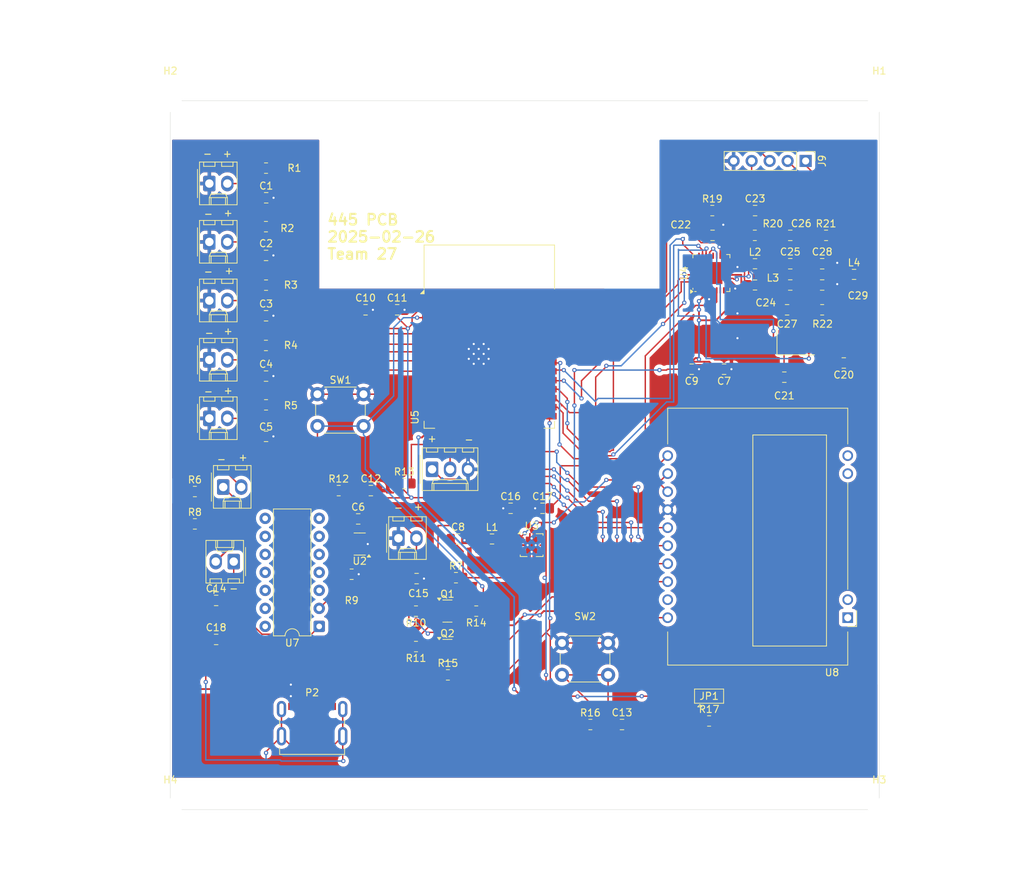
<source format=kicad_pcb>
(kicad_pcb (version 20241229) (generator "pcbnew") (generator_version "9.0")
  (layers (0 "F.Cu" signal) (2 "B.Cu" signal) (13 "F.Paste" user) (15 "B.Paste" user) (5 "F.SilkS" user "F.Silkscreen") (7 "B.SilkS" user "B.Silkscreen") (1 "F.Mask" user) (3 "B.Mask" user) (25 "Edge.Cuts" user))
  (net 0 "")
  (net 1 "/Button_1")
  (net 2 "GND")
  (net 3 "/Button_2")
  (net 4 "/Button_3")
  (net 5 "/Button_4")
  (net 6 "/Button_5")
  (net 7 "Net-(U3-EN)")
  (net 8 "+5V")
  (net 9 "Net-(U2-V_{CC})")
  (net 10 "+3.3V")
  (net 11 "Net-(U8-VOUT)")
  (net 12 "Net-(D1-K)")
  (net 13 "Net-(D1-A)")
  (net 14 "Net-(D2-K)")
  (net 15 "Net-(D2-A)")
  (net 16 "Net-(J1-Pin_2)")
  (net 17 "Net-(J2-Pin_2)")
  (net 18 "Net-(J3-Pin_2)")
  (net 19 "Net-(J4-Pin_2)")
  (net 20 "Net-(J5-Pin_2)")
  (net 21 "/POT")
  (net 22 "Net-(U3-L2)")
  (net 23 "Net-(U3-L1)")
  (net 24 "Net-(U2-PROG)")
  (net 25 "/Display_MISO")
  (net 26 "/Display_MOSI")
  (net 27 "/RFID_MOSI")
  (net 28 "/Display_SCLK")
  (net 29 "/Display_RST")
  (net 30 "/RFID_SCK")
  (net 31 "/RFID_MISO")
  (net 32 "/Display_CS")
  (net 33 "Net-(U2-STDBY)")
  (net 39 "/RFID_CS")
  (net 42 "/CHIP_PU")
  (net 43 "/GPIO0_STRAPPING")
  (net 47 "Net-(P2-SHIELD)")
  (net 48 "Net-(U4-OSCOUT)")
  (net 49 "Net-(U4-OSCIN)")
  (net 50 "Net-(U4-VMID)")
  (net 55 "Net-(C23-Pad2)")
  (net 58 "Net-(U4-RX)")
  (net 59 "Net-(C24-Pad2)")
  (net 60 "Net-(C25-Pad1)")
  (net 61 "Net-(C26-Pad2)")
  (net 63 "Net-(C27-Pad2)")
  (net 64 "Net-(JP1-C)")
  (net 65 "Net-(U4-TX1)")
  (net 66 "Net-(U4-TX2)")
  (net 67 "Net-(L4-Pad2)")
  (net 68 "Net-(L4-Pad1)")
  (net 72 "Net-(Q1-C)")
  (net 73 "Net-(Q1-B)")
  (net 74 "/RTS")
  (net 75 "/DTR")
  (net 76 "Net-(Q2-E)")
  (net 77 "Net-(Q2-B)")
  (net 78 "/GPIO46_STRAPPING")
  (net 79 "/GPIO3_STRAPPING")
  (net 80 "/RFID_IRQ")
  (net 81 "/RFID_RST")
  (net 83 "/VBAT_SENSE")
  (net 85 "unconnected-(U5-IO42-Pad35)")
  (net 88 "/GPIO17")
  (net 89 "unconnected-(U5-IO21-Pad23)")
  (net 91 "/GPIO45_STRAPPING")
  (net 92 "/RX")
  (net 93 "/TX")
  (net 94 "/GPIO18")
  (footprint "Connector_Molex:Molex_KK-254_AE-6410-02A_1x02_P2.54mm_Vertical" (layer "F.Cu") (at 115.679 93.718)
    (property "Reference" "J7" (hide yes))
    (property "Value" "LiPo Battery")
  )
  (footprint "Connector_Molex:Molex_KK-254_AE-6410-02A_1x02_P2.54mm_Vertical" (layer "F.Cu") (at 89 76.815)
    (property "Reference" "J5" (hide yes))
    (property "Value" "BUTTON")
  )
  (footprint "Crystal:Crystal_SMD_5032-4Pin_5.0x3.2mm" (layer "F.Cu") (at 171.724 66)
    (property "Reference" "Y1" (hide yes))
    (property "Value" "27.12MHz" (hide yes))
  )
  (footprint "Resistor_SMD:R_0805_2012Metric_Pad1.20x1.40mm_HandSolder" (layer "F.Cu") (at 142.75 120)
    (property "Reference" "R16")
    (property "Value" "100k" (hide yes))
  )
  (footprint "Resistor_SMD:R_0805_2012Metric_Pad1.20x1.40mm_HandSolder" (layer "F.Cu") (at 116.5 86)
    (property "Reference" "R13")
    (property "Value" "1k" (hide yes))
  )
  (footprint "MountingHole:MountingHole_3.2mm_M3" (layer "F.Cu") (at 83.5 132)
    (property "Reference" "H4")
    (property "Value" "MountingHole")
  )
  (footprint "Capacitor_SMD:C_0805_2012Metric_Pad1.18x1.45mm_HandSolder" (layer "F.Cu") (at 178.5 69 180)
    (property "Reference" "C20")
    (property "Value" "0.001uF" (hide yes))
  )
  (footprint "Capacitor_SMD:C_0805_2012Metric_Pad1.18x1.45mm_HandSolder" (layer "F.Cu") (at 159.9875 51)
    (property "Reference" "C22")
    (property "Value" "0.01uF" (hide yes))
  )
  (footprint "Resistor_SMD:R_0805_2012Metric_Pad1.20x1.40mm_HandSolder" (layer "F.Cu") (at 86.96 87.13)
    (property "Reference" "R6")
    (property "Value" "330" (hide yes))
  )
  (footprint "Capacitor_SMD:C_0805_2012Metric_Pad1.18x1.45mm_HandSolder" (layer "F.Cu") (at 175.45 55)
    (property "Reference" "C28")
    (property "Value" "0.01uF" (hide yes))
  )
  (footprint "Resistor_SMD:R_0805_2012Metric_Pad1.20x1.40mm_HandSolder" (layer "F.Cu") (at 165.95 51)
    (property "Reference" "R20")
    (property "Value" "10k" (hide yes))
  )
  (footprint "Resistor_SMD:R_0805_2012Metric_Pad1.20x1.40mm_HandSolder" (layer "F.Cu") (at 86.96 91.702)
    (property "Reference" "R8")
    (property "Value" "330" (hide yes))
  )
  (footprint "Capacitor_SMD:C_0805_2012Metric_Pad1.18x1.45mm_HandSolder" (layer "F.Cu") (at 97.001 53.828)
    (property "Reference" "C2")
    (property "Value" "1uF" (hide yes))
  )
  (footprint "Connector_Molex:Molex_KK-254_AE-6410-03A_1x03_P2.54mm_Vertical" (layer "F.Cu") (at 120.42 84)
    (property "Reference" "J6" (hide yes))
    (property "Value" "POT")
  )
  (footprint "Resistor_SMD:R_0805_2012Metric_Pad1.20x1.40mm_HandSolder" (layer "F.Cu") (at 97.001 41.509 180)
    (property "Reference" "R1")
    (property "Value" "10k" (hide yes))
  )
  (footprint "Connector_USB:USB_C_Receptacle_JAE_DX07S016JA1R1500" (layer "F.Cu") (at 103.5 120.5)
    (property "Reference" "P2")
    (property "Value" "USB_C_Plug")
  )
  (footprint "Connector_Molex:Molex_KK-254_AE-6410-02A_1x02_P2.54mm_Vertical" (layer "F.Cu") (at 90.96 86.5)
    (property "Reference" "D1" (hide yes))
    (property "Value" "LED")
  )
  (footprint "Resistor_SMD:R_0805_2012Metric_Pad1.20x1.40mm_HandSolder" (layer "F.Cu") (at 107.25 87)
    (property "Reference" "R12")
    (property "Value" "100k")
  )
  (footprint "Capacitor_SMD:C_0805_2012Metric_Pad1.18x1.45mm_HandSolder" (layer "F.Cu") (at 165.9875 47.5)
    (property "Reference" "C23")
    (property "Value" "0.01uF" (hide yes))
  )
  (footprint "Package_DIP:DIP-14_W7.62mm" (layer "F.Cu") (at 104.5 106.16 180)
    (property "Reference" "U7")
    (property "Value" "Inverter")
  )
  (footprint "Package_SON:Texas_DRC0010J_ThermalVias" (layer "F.Cu") (at 134.469 94.698)
    (property "Reference" "U3")
    (property "Value" "Converter")
  )
  (footprint "Inductor_SMD:L_0805_2012Metric_Pad1.15x1.40mm_HandSolder" (layer "F.Cu") (at 128.878 93.825)
    (property "Reference" "L1")
    (property "Value" "2.2uH" (hide yes))
  )
  (footprint "Capacitor_SMD:C_0805_2012Metric_Pad1.18x1.45mm_HandSolder" (layer "F.Cu") (at 89.96 108)
    (property "Reference" "C18")
    (property "Value" "10uF" (hide yes))
  )
  (footprint "Inductor_SMD:L_0805_2012Metric_Pad1.15x1.40mm_HandSolder" (layer "F.Cu") (at 165.975 58)
    (property "Reference" "L3")
    (property "Value" "2.2uH" (hide yes))
  )
  (footprint "Resistor_SMD:R_0805_2012Metric_Pad1.20x1.40mm_HandSolder" (layer "F.Cu") (at 97.001 74.91 180)
    (property "Reference" "R5")
    (property "Value" "10k" (hide yes))
  )
  (footprint "Capacitor_SMD:C_0805_2012Metric_Pad1.18x1.45mm_HandSolder" (layer "F.Cu") (at 170.95 51)
    (property "Reference" "C26")
    (property "Value" "0.01uF" (hide yes))
  )
  (footprint "Capacitor_SMD:C_0805_2012Metric_Pad1.18x1.45mm_HandSolder" (layer "F.Cu") (at 110 91)
    (property "Reference" "C6")
    (property "Value" "10uF")
  )
  (footprint "Resistor_SMD:R_0805_2012Metric_Pad1.20x1.40mm_HandSolder" (layer "F.Cu") (at 176 51)
    (property "Reference" "R21")
    (property "Value" "100" (hide yes))
  )
  (footprint "RF_Module:ESP32-S3-WROOM-1" (layer "F.Cu") (at 128.5 65.26)
    (property "Reference" "U5")
    (property "Value" "ESP32-S3-WROOM-1" (hide yes))
  )
  (footprint "Display:EA_DOGS104X-A" (layer "F.Cu") (at 179.0575 104.93 180)
    (property "Reference" "U8")
    (property "Value" "EA_DOGS104B-A" (hide yes))
  )
  (footprint "Resistor_SMD:R_0805_2012Metric_Pad1.20x1.40mm_HandSolder" (layer "F.Cu") (at 175.45 61.5)
    (property "Reference" "R22")
    (property "Value" "100" (hide yes))
  )
  (footprint "Jumper:SolderJumper-3_P1.3mm_Open_Pad1.0x1.5mm" (layer "F.Cu") (at 159.5 116)
    (property "Reference" "JP1")
    (property "Value" "SolderJumper_3_Open" (hide yes))
  )
  (footprint "Button_Switch_THT:SW_PUSH_6mm" (layer "F.Cu") (at 104.25 73.4)
    (property "Reference" "SW1")
    (property "Value" "SW_Push")
  )
  (footprint "Capacitor_SMD:C_0805_2012Metric_Pad1.18x1.45mm_HandSolder" (layer "F.Cu") (at 170.95 55)
    (property "Reference" "C25")
    (property "Value" "0.001uF" (hide yes))
  )
  (footprint "Resistor_SMD:R_0805_2012Metric_Pad1.20x1.40mm_HandSolder" (layer "F.Cu") (at 118.15147 104 180)
    (property "Reference" "R10")
    (property "Value" "10k" (hide yes))
  )
  (footprint "Connector_PinHeader_2.54mm:PinHeader_1x05_P2.54mm_Vertical" (layer "F.Cu") (at 173.12 40.5 -90)
    (property "Reference" "J9")
    (property "Value" "Conn_01x05_Socket" (hide yes))
  )
  (footprint "MountingHole:MountingHole_3.2mm_M3" (layer "F.Cu") (at 83.5 32)
    (property "Reference" "H2")
    (property "Value" "MountingHole")
  )
  (footprint "Resistor_SMD:R_0805_2012Metric_Pad1.20x1.40mm_HandSolder" (layer "F.Cu") (at 109.075 98.798)
    (property "Reference" "R9")
    (property "Value" "2k" (hide yes))
  )
  (footprint "Connector_Molex:Molex_KK-254_AE-6410-02A_1x02_P2.54mm_Vertical" (layer "F.Cu") (at 89 60.198)
    (property "Reference" "J3" (hide yes))
    (property "Value" "BUTTON")
  )
  (footprint "Button_Switch_THT:SW_PUSH_6mm" (layer "F.Cu") (at 138.75 108.5)
    (property "Reference" "SW2")
    (property "Value" "SW_Push")
  )
  (footprint "Capacitor_SMD:C_0805_2012Metric_Pad1.18x1.45mm_HandSolder" (layer "F.Cu") (at 97.0225 45.7)
    (property "Reference" "C1")
    (property "Value" "1uF" (hide yes))
  )
  (footprint "Capacitor_SMD:C_0805_2012Metric_Pad1.18x1.45mm_HandSolder" (layer "F.Cu") (at 161.6115 69.876 180)
    (property "Reference" "C7")
    (property "Value" "10uF" (hide yes))
  )
  (footprint "Resistor_SMD:R_0805_2012Metric_Pad1.20x1.40mm_HandSolder" (layer "F.Cu") (at 122.65147 113)
    (property "Reference" "R15")
    (property "Value" "10k" (hide yes))
  )
  (footprint "Capacitor_SMD:C_0805_2012Metric_Pad1.18x1.45mm_HandSolder" (layer "F.Cu") (at 89.96 102.5)
    (property "Reference" "C14")
    (property "Value" "1uF" (hide yes))
  )
  (footprint "Resistor_SMD:R_0805_2012Metric_Pad1.20x1.40mm_HandSolder" (layer "F.Cu") (at 159.95 47.5)
    (property "Reference" "R19")
    (property "Value" "10k" (hide yes))
  )
  (footprint "Resistor_SMD:R_0805_2012Metric_Pad1.20x1.40mm_HandSolder" (layer "F.Cu") (at 97.001 58.019 180)
    (property "Reference" "R3")
    (property "Value" "10k" (hide yes))
  )
  (footprint "Resistor_SMD:R_0805_2012Metric_Pad1.20x1.40mm_HandSolder" (layer "F.Cu") (at 126.65147 104 180)
    (property "Reference" "R14")
    (property "Value" "10k" (hide yes))
  )
  (footprint "Capacitor_SMD:C_0805_2012Metric_Pad1.18x1.45mm_HandSolder" (layer "F.Cu") (at 115.5 61.5)
    (property "Reference" "C11")
    (property "Value" "0.01uF" (hide yes))
  )
  (footprint "Connector_Molex:Molex_KK-254_AE-6410-02A_1x02_P2.54mm_Vertical" (layer "F.Cu") (at 89 43.688)
    (property "Reference" "J1" (hide yes))
    (property "Value" "BUTTON")
  )
  (footprint "Capacitor_SMD:C_0805_2012Metric_Pad1.18x1.45mm_HandSolder" (layer "F.Cu") (at 157.0395 69.876 180)
    (property "Reference" "C9")
    (property "Value" "100nF" (hide yes))
  )
  (footprint "Capacitor_SMD:C_0805_2012Metric_Pad1.18x1.45mm_HandSolder" (layer "F.Cu") (at 136 89.5)
    (property "Reference" "C17")
    (property "Value" "1uF" (hide yes))
  )
  (footprint "Resistor_SMD:R_0805_2012Metric_Pad1.20x1.40mm_HandSolder" (layer "F.Cu") (at 96.985 49.764 180)
    (property "Reference" "R2")
    (property "Value" "10k" (hide yes))
  )
  (footprint "Capacitor_SMD:C_0805_2012Metric_Pad1.18x1.45mm_HandSolder" (layer "F.Cu") (at 97.001 70.846)
    (property "Reference" "C4")
    (property "Value" "1uF" (hide yes))
  )
  (footprint "Capacitor_SMD:C_0805_2012Metric_Pad1.18x1.45mm_HandSolder" (layer "F.Cu") (at 111.0375 61.5)
    (property "Reference" "C10")
    (property "Value" "10uF" (hide yes))
  )
  (footprint "Package_TO_SOT_SMD:SOT-23" (layer "F.Cu") (at 122.58897 109.55)
    (property "Reference" "Q2")
    (property "Value" "SS8050" (hide yes))
  )
  (footprint "Inductor_SMD:L_0805_2012Metric_Pad1.15x1.40mm_HandSolder" (layer "F.Cu") (at 165.975 55)
    (property "Reference" "L2")
    (property "Value" "2.2uH" (hide yes))
  )
  (footprint "Inductor_SMD:L_0805_2012Metric_Pad1.15x1.40mm_HandSolder" (layer "F.Cu") (at 179.95 56.5)
    (property "Reference" "L4")
    (property "Value" "2.2uH" (hide yes))
  )
  (footprint "Capacitor_SMD:C_0805_2012Metric_Pad1.18x1.45mm_HandSolder" (layer "F.Cu") (at 175.45 58 180)
    (property "Reference" "C29")
    (property "Value" "0.01uF" (hide yes))
  )
  (footprint "Connector_Molex:Molex_KK-254_AE-6410-02A_1x02_P2.54mm_Vertical" (layer "F.Cu") (at 89 51.923)
    (property "Reference" "J2" (hide yes))
    (property "Value" "BUTTON")
  )
  (footprint "Resistor_SMD:R_0805_2012Metric_Pad1.20x1.40mm_HandSolder" (layer "F.Cu") (at 118.15147 109 180)
    (property "Reference" "R11")
    (property "Value" "10k" (hide yes))
  )
  (footprint "Package_TO_SOT_SMD:SOT-23" (layer "F.Cu") (at 122.58897 104)
    (property "Reference" "Q1")
    (property "Value" "SS8050" (hide yes))
  )
  (footprint "Package_DFN_QFN:HVQFN-32-1EP_5x5mm_P0.5mm_EP3.1x3.1mm" (layer "F.Cu") (at 159.824 56.3135 90)
    (property "Reference" "U4")
    (property "Value" "PN5120A0HN1 RFID" (hide yes))
  )
  (footprint "MountingHole:MountingHole_3.2mm_M3" (layer "F.Cu") (at 183.5 132)
    (property "Reference" "H3")
    (property "Value" "MountingHole")
  )
  (footprint "Package_TO_SOT_SMD:TSOT-23-6" (layer "F.Cu") (at 110.2125 94.541 180)
    (property "Reference" "U2")
    (property "Value" "Charge Station")
  )
  (footprint "Capacitor_SMD:C_0805_2012Metric_Pad1.18x1.45mm_HandSolder" (layer "F.Cu") (at 97.001 79.355)
    (property "Reference" "C5")
    (property "Value" "1uF" (hide yes))
  )
  (footprint "Capacitor_SMD:C_0805_2012Metric_Pad1.18x1.45mm_HandSolder" (layer "F.Cu") (at 124.0825 93.825)
    (property "Reference" "C8")
    (property "Value" "0.1uF" (hide yes))
  )
  (footprint "Capacitor_SMD:C_0805_2012Metric_Pad1.18x1.45mm_HandSolder" (layer "F.Cu") (at 111.7875 87)
    (property "Reference" "C12")
    (property "Value" "1uF" (hide yes))
  )
  (footprint "MountingHole:MountingHole_3.2mm_M3" (layer "F.Cu") (at 183.5 32)
    (property "Reference" "H1")
    (property "Value" "MountingHole")
  )
  (footprint "Capacitor_SMD:C_0805_2012Metric_Pad1.18x1.45mm_HandSolder" (layer "F.Cu") (at 170.1115 71)
    (property "Reference" "C21")
    (property "Value" "0.001uF" (hide yes))
  )
  (footprint "Resistor_SMD:R_0805_2012Metric_Pad1.20x1.40mm_HandSolder" (layer "F.Cu") (at 159.5 119.5)
    (property "Reference" "R17")
    (property "Value" "1k" (hide yes))
  )
  (footprint "Capacitor_SMD:C_0805_2012Metric_Pad1.18x1.45mm_HandSolder" (layer "F.Cu") (at 170.5 61.5)
    (property "Reference" "C27")
    (property "Value" "0.01uF" (hide yes))
  )
  (footprint "Capacitor_SMD:C_0805_2012Metric_Pad1.18x1.45mm_HandSolder" (layer "F.Cu") (at 131.5 89.5)
    (property "Reference" "C16")
    (property "Value" "1uF" (hide yes))
  )
  (footprint "Capacitor_SMD:C_0805_2012Metric_Pad1.18x1.45mm_HandSolder" (layer "F.Cu") (at 147.2125 120)
    (property "Reference" "C13")
    (property "Value" "1uF" (hide yes))
  )
  (footprint "Connector_Molex:Molex_KK-254_AE-6410-02A_1x02_P2.54mm_Vertical" (layer "F.Cu") (at 89 68.56)
    (property "Reference" "J4" (hide yes))
    (property "Value" "BUTTON")
  )
  (footprint "Capacitor_SMD:C_0805_2012Metric_Pad1.18x1.45mm_HandSolder" (layer "F.Cu") (at 97.001 62.337)
    (property "Reference" "C3")
    (property "Value" "1uF" (hide yes))
  )
  (footprint "Capacitor_SMD:C_0805_2012Metric_Pad1.18x1.45mm_HandSolder" (layer "F.Cu") (at 118.2405 99.413)
    (property "Reference" "C15")
    (property "Value" "10uF" (hide yes))
  )
  (footprint "Resistor_SMD:R_0805_2012Metric_Pad1.20x1.40mm_HandSolder" (layer "F.Cu") (at 96.985 66.528 180)
    (property "Reference" "R4")
    (property "Value" "10k" (hide yes))
  )
  (footprint "Capacitor_SMD:C_0805_2012Metric_Pad1.18x1.45mm_HandSolder" (layer "F.Cu") (at 170.95 58 180)
    (property "Reference" "C24")
    (property "Value" "0.001uF" (hide yes))
  )
  (footprint "Resistor_SMD:R_0805_2012Metric_Pad1.20x1.40mm_HandSolder" (layer "F.Cu") (at 123.791 99.286)
    (property "Reference" "R7")
    (property "Value" "0.1k" (hide yes))
  )
  (footprint "Connector_Molex:Molex_KK-254_AE-6410-02A_1x02_P2.54mm_Vertical" (layer "F.Cu") (at 92.443 97.016 180)
    (property "Reference" "D2" (hide yes))
    (property "Value" "LED")
  )
  (gr_rect (start 83.5 32) (end 183.5 132) (stroke (width 0.05)) (fill no) (layer "Edge.Cuts"))
  (gr_text "445 PCB\n2025-02-26\nTeam 27" (at 105.5 54.5 0) (layer "F.SilkS") (effects (font (size 1.5 1.5) (thickness 0.3) (bold yes)) (justify left bottom)))
  (segment (start 98.001 41.509) (end 98.001 43.684) (width 0.2) (layer "F.Cu") (net 1))
  (segment (start 101.476 51.191) (end 95.985 45.7) (width 0.2) (layer "F.Cu") (net 1))
  (segment (start 119.393 64.882) (end 106.734578 64.882) (width 0.2) (layer "F.Cu") (net 1))
  (segment (start 106.734578 64.882) (end 101.476 59.623422) (width 0.2) (layer "F.Cu") (net 1))
  (segment (start 101.476 59.623422) (end 101.476 51.191) (width 0.2) (layer "F.Cu") (net 1))
  (segment (start 98.001 43.684) (end 95.985 45.7) (width 0.2) (layer "F.Cu") (net 1))
  (segment (start 160.974 52.626) (end 161.074 52.726) (width 0.2) (layer "F.Cu") (net 2))
  (segment (start 133.069 94.698) (end 133.894 94.698) (width 0.254) (layer "F.Cu") (net 2))
  (segment (start 161.025 49.975) (end 161.5 49.5) (width 0.2) (layer "F.Cu") (net 2))
  (segment (start 90.9975 102.5) (end 90.9975 108) (width 0.2) (layer "F.Cu") (net 2))
  (segment (start 159.574 58.751) (end 159.574 59.926) (width 0.2) (layer "F.Cu") (net 2))
  (segment (start 161.025 51) (end 161.025 49.975) (width 0.2) (layer "F.Cu") (net 2))
  (segment (start 90.9975 108) (end 90.9975 111.0025) (width 0.2) (layer "F.Cu") (net 2))
  (segment (start 163.186236 58.5) (end 163.186236 58.034938) (width 0.2) (layer "F.Cu") (net 2))
  (segment (start 106.6 116.75) (end 106.6 117.45) (width 0.2) (layer "F.Cu") (net 2))
  (segment (start 112.55 73.4) (end 110.75 73.4) (width 0.2) (layer "F.Cu") (net 2))
  (segment (start 163.186236 58.034938) (end 162.714798 57.5635) (width 0.2) (layer "F.Cu") (net 2))
  (segment (start 100.4 116.1) (end 100.5 116) (width 0.2) (layer "F.Cu") (net 2))
  (segment (start 90.9975 111.0025) (end 92.495 112.5) (width 0.2) (layer "F.Cu") (net 2))
  (segment (start 163.5 65.5) (end 163.5 62) (width 0.2) (layer "F.Cu") (net 2))
  (segment (start 105.925 116.075) (end 106.6 116.75) (width 0.2) (layer "F.Cu") (net 2))
  (segment (start 160.25 114.5) (end 160.8 115.05) (width 0.2) (layer "F.Cu") (net 2))
  (segment (start 160.8 115.05) (end 160.8 116) (width 0.2) (layer "F.Cu") (net 2))
  (segment (start 159.574 59.926) (end 159.5 60) (width 0.2) (layer "F.Cu") (net 2))
  (segment (start 100.4 117.45) (end 100.4 116.1) (width 0.2) (layer "F.Cu") (net 2))
  (segment (start 104.25 73.4) (end 110.75 73.4) (width 0.2) (layer "F.Cu") (net 2))
  (segment (start 100.5 114.373) (end 100.5 112.5) (width 0.2) (layer "F.Cu") (net 2))
  (segment (start 162.714798 57.5635) (end 162.2615 57.5635) (width 0.2) (layer "F.Cu") (net 2))
  (segment (start 148.25 113) (end 149.75 114.5) (width 0.2) (layer "F.Cu") (net 2))
  (segment (start 104.223 114.373) (end 105.925 116.075) (width 0.2) (layer "F.Cu") (net 2))
  (segment (start 163.4 55.5635) (end 163.5 55.4635) (width 0.2) (layer "F.Cu") (net 2))
  (segment (start 135.044 94.344447) (end 135.044 94.698) (width 0.254) (layer "F.Cu") (net 2))
  (segment (start 100.5 114.373) (end 104.223 114.373) (width 0.2) (layer "F.Cu") (net 2))
  (segment (start 148.25 111.5) (end 148.25 113) (width 0.2) (layer "F.Cu") (net 2))
  (segment (start 159.574 58.751) (end 160.074 58.751) (width 0.2) (layer "F.Cu") (net 2))
  (segment (start 138.75 108.5) (end 145.25 108.5) (width 0.2) (layer "F.Cu") (net 2))
  (segment (start 135.190447 94.198) (end 135.044 94.344447) (width 0.254) (layer "F.Cu") (net 2))
  (segment (start 148.25 113) (end 148.25 120) (width 0.2) (layer "F.Cu") (net 2))
  (segment (start 112.825 87) (end 112.825 73.675) (width 0.2) (layer "F.Cu") (net 2))
  (segment (start 149.75 114.5) (end 160.25 114.5) (width 0.2) (layer "F.Cu") (net 2))
  (segment (start 161.074 52.726) (end 161.074 53.876) (width 0.2) (layer "F.Cu") (net 2))
  (segment (start 162.2615 55.5635) (end 163.4 55.5635) (width 0.2) (layer "F.Cu") (net 2))
  (segment (start 92.495 112.5) (end 100.5 112.5) (width 0.2) (layer "F.Cu") (net 2))
  (segment (start 145.25 108.5) (end 148.25 111.5) (width 0.2) (layer "F.Cu") (net 2))
  (segment (start 112.825 73.675) (end 112.55 73.4) (width 0.2) (layer "F.Cu") (net 2))
  (segment (start 135.869 94.198) (end 135.190447 94.198) (width 0.254) (layer "F.Cu") (net 2))
  (via (at 130.4625 89.5) (size 0.6) (drill 0.3) (layers "F.Cu" "B.Cu") (net 2))
  (via (at 100.5 114.373) (size 0.6) (drill 0.3) (layers "F.Cu" "B.Cu") (net 2))
  (via (at 100.5 116) (size 0.6) (drill 0.3) (layers "F.Cu" "B.Cu") (net 2))
  (via (at 111.35 94.541) (size 0.6) (drill 0.3) (layers "F.Cu" "B.Cu") (net 2))
  (via (at 98.0385 53.828) (size 0.6) (drill 0.3) (layers "F.Cu" "B.Cu") (net 2))
  (via (at 116.5375 61.5) (size 0.6) (drill 0.3) (layers "F.Cu" "B.Cu") (net 2))
  (via (at 163.5 65.5) (size 0.6) (drill 0.3) (layers "F.Cu" "B.Cu") (net 2))
  (via (at 98.0385 62.337) (size 0.6) (drill 0.3) (layers "F.Cu" "B.Cu") (net 2))
  (via (at 162.649 69.876) (size 0.6) (drill 0.3) (layers "F.Cu" "B.Cu") (net 2))
  (via (at 119.278 99.413) (size 0.6) (drill 0.3) (layers "F.Cu" "B.Cu") (net 2))
  (via (at 177.574 57.876) (size 0.6) (drill 0.3) (layers "F.Cu" "B.Cu") (net 2))
  (via (at 134.9625 89.5) (size 0.6) (drill 0.3) (layers "F.Cu" "B.Cu") (net 2))
  (via (at 159.5 60) (size 0.6) (drill 0.3) (layers "F.Cu" "B.Cu") (net 2))
  (via (at 163.5 55.4635) (size 0.6) (drill 0.3) (layers "F.Cu" "B.Cu") (net 2))
  (via (at 115.679 93.718) (size 0.6) (drill 0.3) (layers "F.Cu" "B.Cu") (net 2))
  (via (at 177.574 54.876) (size 0.6) (drill 0.3) (layers "F.Cu" "B.Cu") (net 2))
  (via (at 98.0385 79.355) (size 0.6) (drill 0.3) (layers "F.Cu" "B.Cu") (net 2))
  (via (at 158.077 69.876) (size 0.6) (drill 0.3) (layers "F.Cu" "B.Cu") (net 2))
  (via (at 125 94) (size 0.6) (drill 0.3) (layers "F.Cu" "B.Cu") (net 2))
  (via (at 112.075 61.5) (size 0.6) (drill 0.3) (layers "F.Cu" "B.Cu") (net 2))
  (via (at 98.06 45.7) (size 0.6) (drill 0.3) (layers "F.Cu" "B.Cu") (net 2))
  (via (at 125.5 83) (size 0.6) (drill 0.3) (layers "F.Cu" "B.Cu") (net 2))
  (via (at 163.186236 58.5) (size 0.6) (drill 0.3) (layers "F.Cu" "B.Cu") (net 2))
  (via (at 163.5 62) (size 0.6) (drill 0.3) (layers "F.Cu" "B.Cu") (net 2))
  (via (at 160.974 52.626) (size 0.6) (drill 0.3) (layers "F.Cu" "B.Cu") (net 2))
  (via (at 110.075 98.798) (size 0.6) (drill 0.3) (layers "F.Cu" "B.Cu") (net 2))
  (via (at 98.0385 70.846) (size 0.6) (drill 0.3) (layers "F.Cu" "B.Cu") (net 2))
  (via (at 161.5 49.5) (size 0.6) (drill 0.3) (layers "F.Cu" "B.Cu") (net 2))
  (segment (start 163.1309 65.5) (end 163.5 65.5) (width 0.2) (layer "B.Cu") (net 2))
  (segment (start 163 53) (end 161.348 53) (width 0.2) (layer "B.Cu") (net 2))
  (segment (start 165.675 60.325) (end 165.5 60.5) (width 0.2) (layer "B.Cu") (net 2))
  (segment (start 159.5 60) (end 159.5 61.8691) (width 0.2) (layer "B.Cu") (net 2))
  (segment (start 159.5 61.8691) (end 163.1309 65.5) (width 0.2) (layer "B.Cu") (net 2))
  (segment (start 163.5 62) (end 163.5 60.5) (width 0.2) (layer "B.Cu") (net 2))
  (segment (start 100.5 116) (end 100.5 114.373) (width 0.2) (layer "B.Cu") (net 2))
  (segment (start 163 53) (end 163 54.9635) (width 0.2) (layer "B.Cu") (net 2))
  (segment (start 163 54.9635) (end 163.5 55.4635) (width 0.2) (layer "B.Cu") (net 2))
  (segment (start 163.186236 60.186236) (end 163.186236 58.5) (width 0.2) (layer "B.Cu") (net 2))
  (segment (start 164.587443 55.4635) (end 165.675 56.551057) (width 0.2) (layer "B.Cu") (net 2))
  (segment (start 163.5 60.5) (end 163.186236 60.186236) (width 0.2) (layer "B.Cu") (net 2))
  (segment (start 161.5 49.5) (end 163 51) (width 0.2) (layer "B.Cu") (net 2))
  (segment (start 165.5 60.5) (end 163.5 60.5) (width 0.2) (layer "B.Cu") (net 2))
  (segment (start 163 51) (end 163 53) (width 0.2) (layer "B.Cu") (net 2))
  (segment (start 161.348 53) (end 160.974 52.626) (width 0.2) (layer "B.Cu") (net 2))
  (segment (start 165.675 56.551057) (end 165.675 60.325) (width 0.2) (layer "B.Cu") (net 2))
  (segment (start 163.5 55.4635) (end 164.587443 55.4635) (width 0.2) (layer "B.Cu") (net 2))
  (segment (start 100.049 63.627) (end 102.772 66.35) (width 0.2) (layer "F.Cu") (net 3))
  (segment (start 97.985 51.8065) (end 95.9635 53.828) (width 0.2) (layer "F.Cu") (net 3))
  (segment (start 95.965 53.828) (end 100.049 57.912) (width 0.2) (layer "F.Cu") (net 3))
  (segment (start 97.985 49.764) (end 97.985 51.8065) (width 0.2) (layer "F.Cu") (net 3))
  (segment (start 102.772 66.35) (end 119.75 66.35) (width 0.2) (layer "F.Cu") (net 3))
  (segment (start 95.9635 53.828) (end 95.965 53.828) (width 0.2) (layer "F.Cu") (net 3))
  (segment (start 100.049 57.912) (end 100.049 63.627) (width 0.2) (layer "F.Cu") (net 3))
  (segment (start 98.001 60.2995) (end 95.9635 62.337) (width 0.2) (layer "F.Cu") (net 4))
  (segment (start 119.393 67.422) (end 101.0485 67.422) (width 0.2) (layer "F.Cu") (net 4))
  (segment (start 98.001 58.019) (end 98.001 60.2995) (width 0.2) (layer "F.Cu") (net 4))
  (segment (start 101.0485 67.422) (end 95.9635 62.337) (width 0.2) (layer "F.Cu") (net 4))
  (segment (start 98.1175 68.692) (end 95.9635 70.846) (width 0.2) (layer "F.Cu") (net 5))
  (segment (start 97.985 66.528) (end 97.985 68.8245) (width 0.2) (layer "F.Cu") (net 5))
  (segment (start 119.393 68.692) (end 98.1175 68.692) (width 0.2) (layer "F.Cu") (net 5))
  (segment (start 97.985 68.8245) (end 95.9635 70.846) (width 0.2) (layer "F.Cu") (net 5))
  (segment (start 99 70) (end 116 70) (width 0.2) (layer "F.Cu") (net 6))
  (segment (start 116 70) (end 116.16 70.16) (width 0.2) (layer "F.Cu") (net 6))
  (segment (start 116.16 70.16) (end 119.75 70.16) (width 0.2) (layer "F.Cu") (net 6))
  (segment (start 98.001 74.91) (end 98.001 77.3175) (width 0.2) (layer "F.Cu") (net 6))
  (segment (start 98.001 77.3175) (end 95.9635 79.355) (width 0.2) (layer "F.Cu") (net 6))
  (segment (start 119.355 70) (end 119.393 69.962) (width 0.2) (layer "F.Cu") (net 6))
  (segment (start 99 76.3185) (end 99 70) (width 0.2) (layer "F.Cu") (net 6))
  (segment (start 95.9635 79.355) (end 99 76.3185) (width 0.2) (layer "F.Cu") (net 6))
  (segment (start 124.791 99.286) (end 132.400999 99.286) (width 0.2) (layer "F.Cu") (net 7))
  (segment (start 135.869 95.804336) (end 135.869 94.698) (width 0.2) (layer "F.Cu") (net 7))
  (segment (start 124.791 99.286) (end 124.791 95.571) (width 0.2) (layer "F.Cu") (net 7))
  (segment (start 124.791 95.571) (end 123.045 93.825) (width 0.2) (layer "F.Cu") (net 7))
  (segment (start 132.400999 99.286) (end 135.869 95.817999) (width 0.2) (layer "F.Cu") (net 7))
  (segment (start 135.869 95.817999) (end 135.869 95.698) (width 0.2) (layer "F.Cu") (net 7))
  (segment (start 124.791 99.286) (end 132.387336 99.286) (width 0.2) (layer "F.Cu") (net 7))
  (segment (start 135.869 95.804336) (end 135.869 95.198) (width 0.2) (layer "F.Cu") (net 7))
  (segment (start 132.387336 99.286) (end 135.869 95.804336) (width 0.2) (layer "F.Cu") (net 7))
  (segment (start 122.791 99.286) (end 121.264 97.759) (width 0.2) (layer "F.Cu") (net 8))
  (segment (start 121.264 91.932) (end 126.471 91.932) (width 0.2) (layer "F.Cu") (net 8))
  (segment (start 109.9625 90) (end 109.9885 89.974) (width 0.2) (layer "F.Cu") (net 8))
  (segment (start 118.228 100.438) (end 121.639 100.438) (width 0.2) (layer "F.Cu") (net 8))
  (segment (start 126.598 95.615) (end 126.681 95.698) (width 0.2) (layer "F.Cu") (net 8))
  (segment (start 121.264 97.759) (end 121.264 91.932) (width 0.2) (layer "F.Cu") (net 8))
  (segment (start 121.639 100.438) (end 122.791 99.286) (width 0.2) (layer "F.Cu") (net 8))
  (segment (start 118.219 98.397) (end 117.203 99.413) (width 0.2) (layer "F.Cu") (net 8))
  (segment (start 109.9625 90) (end 110 90) (width 0.2) (layer "F.Cu") (net 8))
  (segment (start 126.598 92.059) (end 126.598 95.615) (width 0.2) (layer "F.Cu") (net 8))
  (segment (start 109.9885 89.974) (end 114.475 89.974) (width 0.2) (layer "F.Cu") (net 8))
  (segment (start 126.471 91.932) (end 126.598 92.059) (width 0.2) (layer "F.Cu") (net 8))
  (segment (start 108.9625 91) (end 109.9625 90) (width 0.2) (layer "F.Cu") (net 8))
  (segment (start 126.681 95.698) (end 133.069 95.698) (width 0.2) (layer "F.Cu") (net 8))
  (segment (start 118.219 93.718) (end 118.219 98.397) (width 0.2) (layer "F.Cu") (net 8))
  (segment (start 114.475 89.974) (end 118.219 93.718) (width 0.2) (layer "F.Cu") (net 8))
  (segment (start 117.203 99.413) (end 118.228 100.438) (width 0.2) (layer "F.Cu") (net 8))
  (segment (start 108.9625 91) (end 108.9625 91.2035) (width 0.2) (layer "F.Cu") (net 8))
  (segment (start 108.9625 91.2035) (end 111.35 93.591) (width 0.2) (layer "F.Cu") (net 8))
  (segment (start 103 83.5) (end 105 85.5) (width 0.254) (layer "F.Cu") (net 9))
  (segment (start 86 105.4225) (end 88.9225 102.5) (width 0.254) (layer "F.Cu") (net 9))
  (segment (start 101.15 115) (end 86 115) (width 0.254) (layer "F.Cu") (net 9))
  (segment (start 101.15 117.45) (end 101.15 120) (width 0.2) (layer "F.Cu") (net 9))
  (segment (start 101.15 120) (end 105.5 120) (width 0.2) (layer "F.Cu") (net 9))
  (segment (start 87.46 101.0375) (end 88.9225 102.5) (width 0.254) (layer "F.Cu") (net 9))
  (segment (start 84.039 87.13) (end 85.96 87.13) (width 0.254) (layer "F.Cu") (net 9))
  (segment (start 87.46 94.161) (end 85.96 92.661) (width 0.254) (layer "F.Cu") (net 9))
  (segment (start 85.96 92.661) (end 85.96 91.702) (width 0.254) (layer "F.Cu") (net 9))
  (segment (start 95.5 83.5) (end 103 83.5) (width 0.254) (layer "F.Cu") (net 9))
  (segment (start 87.923 82.23) (end 95.19 82.23) (width 0.254) (layer "F.Cu") (net 9))
  (segment (start 84.039 87.962) (end 85.96 89.883) (width 0.254) (layer "F.Cu") (net 9))
  (segment (start 87.46 94.161) (end 87.46 101.0375) (width 0.254) (layer "F.Cu") (net 9))
  (segment (start 101.15 117.45) (end 101.15 115) (width 0.254) (layer "F.Cu") (net 9))
  (segment (start 105 85.5) (end 105 88) (width 0.254) (layer "F.Cu") (net 9))
  (segment (start 84.039 86.114) (end 84.039 87.13) (width 0.254) (layer "F.Cu") (net 9))
  (segment (start 86 115) (end 86 105.4225) (width 0.254) (layer "F.Cu") (net 9))
  (segment (start 105.85 118.154347) (end 105.85 117.45) (width 0.2) (layer "F.Cu") (net 9))
  (segment (start 84.039 87.13) (end 84.039 87.962) (width 0.254) (layer "F.Cu") (net 9))
  (segment (start 105 88) (end 105.5 88.5) (width 0.254) (layer "F.Cu") (net 9))
  (segment (start 107.5 92.016) (end 109.075 93.591) (width 0.254) (layer "F.Cu") (net 9))
  (segment (start 95.5 82.54) (end 95.5 83.5) (width 0.254) (layer "F.Cu") (net 9))
  (segment (start 105.5 88.5) (end 107.5 88.5) (width 0.254) (layer "F.Cu") (net 9))
  (segment (start 105.5 118.504347) (end 105.85 118.154347) (width 0.2) (layer "F.Cu") (net 9))
  (segment (start 87.923 82.23) (end 84.039 86.114) (width 0.254) (layer "F.Cu") (net 9))
  (segment (start 85.96 89.883) (end 85.96 91.702) (width 0.254) (layer "F.Cu") (net 9))
  (segment (start 95.19 82.23) (end 95.5 82.54) (width 0.254) (layer "F.Cu") (net 9))
  (segment (start 107.5 88.5) (end 107.5 92.016) (width 0.254) (layer "F.Cu") (net 9))
  (segment (start 105.5 120) (end 105.5 118.504347) (width 0.2) (layer "F.Cu") (net 9))
  (segment (start 136.5 116) (end 136.5 118) (width 0.2) (layer "F.Cu") (net 10))
  (segment (start 152.5 85.5) (end 152.7675 85.5) (width 0.2) (layer "F.Cu") (net 10))
  (segment (start 118.8 61.27) (end 119.75 61.27) (width 0.2) (layer "F.Cu") (net 10))
  (segment (start 152.5 70) (end 153.5 70) (width 0.2) (layer "F.Cu") (net 10))
  (segment (start 107.276 88.026) (end 106.25 87) (width 0.2) (layer "F.Cu") (net 10))
  (segment (start 135.869 91.631) (end 135.869 92.5) (width 0.2) (layer "F.Cu") (net 10))
  (segment (start 135.159248 91.5) (end 136 91.5) (width 0.2) (layer "F.Cu") (net 10))
  (segment (start 133.069 93.698) (end 132.769001 93.698) (width 0.2) (layer "F.Cu") (net 10))
  (segment (start 163.574 59.376) (end 164.045 58.905) (width 0.254) (layer "F.Cu") (net 10))
  (segment (start 153.5 70) (end 153.624 69.876) (width 0.2) (layer "F.Cu") (net 10))
  (segment (start 153.624 69.876) (end 156.002 69.876) (width 0.2) (layer "F.Cu") (net 10))
  (segment (start 163.574 59.876) (end 163.574 59.376) (width 0.254) (layer "F.Cu") (net 10))
  (segment (start 158.074 62.976) (end 160.474 62.976) (width 0.254) (layer "F.Cu") (net 10))
  (segment (start 152.7675 85.5) (end 153.6575 84.61) (width 0.2) (layer "F.Cu") (net 10))
  (segment (start 160.474 62.976) (end 162.225 61.225) (width 0.254) (layer "F.Cu") (net 10))
  (segment (start 140.90147 116) (end 140.950735 116.049265) (width 0.2) (layer "F.Cu") (net 10))
  (segment (start 136.5 92.692) (end 136.5 99.113288) (width 0.2) (layer "F.Cu") (net 10))
  (segment (start 117.5 88) (end 115.5 86) (width 0.2) (layer "F.Cu") (net 10))
  (segment (start 162.2615 61.1885) (end 162.225 61.225) (width 0.2) (layer "F.Cu") (net 10))
  (segment (start 140.5 75) (end 140.5 70) (width 0.2) (layer "F.Cu") (net 10))
  (segment (start 164.045 58.905) (end 164.045 56.5635) (width 0.254) (layer "F.Cu") (net 10))
  (segment (start 117.474 88.026) (end 107.276 88.026) (width 0.2) (layer "F.Cu") (net 10))
  (segment (start 133.069 93.698) (end 133.069 93.431) (width 0.2) (layer "F.Cu") (net 10))
  (segment (start 158.524 59.826) (end 159.074 59.276) (width 0.254) (layer "F.Cu") (net 10))
  (segment (start 162.2615 58.0635) (end 162.2615 61.1885) (width 0.2) (layer "F.Cu") (net 10))
  (segment (start 157.054 68.824) (end 156.002 69.876) (width 0.254) (layer "F.Cu") (net 10))
  (segment (start 136 91.5) (end 137.6 91.5) (width 0.2) (layer "F.Cu") (net 10))
  (segment (start 165.173342 59.376) (end 165.853 58.696342) (width 0.254) (layer "F.Cu") (net 10))
  (segment (start 133.069 93.698) (end 133.069 93.569) (width 0.2) (layer "F.Cu") (net 10))
  (segment (start 136 91.5) (end 135.869 91.631) (width 0.2) (layer "F.Cu") (net 10))
  (segment (start 133.069 93.569) (end 132.5375 93.0375) (width 0.2) (layer "F.Cu") (net 10))
  (segment (start 156.002 69.876) (end 157.574 68.304) (width 0.254) (layer "F.Cu") (net 10))
  (segment (start 124.467001 85.396) (end 121.816 85.396) (width 0.2) (layer "F.Cu") (net 10))
  (segment (start 131.747044 93.698) (end 126.049044 88) (width 0.2) (layer "F.Cu") (net 10))
  (segment (start 126.049044 88) (end 117.5 88) (width 0.2) (layer "F.Cu") (net 10))
  (segment (start 117 64.135) (end 112.635 64.135) (width 0.2) (layer "F.Cu") (net 10))
  (segment (start 112.635 64.135) (end 110 61.5) (width 0.2) (layer "F.Cu") (net 10))
  (segment (start 117 64.135) (end 117 64.0375) (width 0.2) (layer "F.Cu") (net 10))
  (segment (start 117 64.135) (end 117.602 63.533) (width 0.2) (layer "F.Cu") (net 10))
  (segment (start 133.069 93.431) (end 133.5 93) (width 0.2) (layer "F.Cu") (net 10))
  (segment (start 165.425342 53.876) (end 163.940484 53.876) (width 0.254) (layer "F.Cu") (net 10))
  (segment (start 158.574 59.776) (end 158.574 58.751) (width 0.254) (layer "F.Cu") (net 10))
  (segment (start 158.524 59.826) (end 158.574 59.776) (width 0.254) (layer "F.Cu") (net 10))
  (segment (start 136.5 113) (end 136.5 116) (width 0.2) (layer "F.Cu") (net 10))
  (segment (start 117.602 62.468) (end 118.8 61.27) (width 0.2) (layer "F.Cu") (net 10))
  (segment (start 163.574 59.376) (end 165.173342 59.376) (width 0.254) (layer "F.Cu") (net 10))
  (segment (start 132.769001 93.698) (end 124.467001 85.396) (width 0.2) (layer "F.Cu") (net 10))
  (segment (start 132.5375 93.0375) (end 132.5375 89.5) (width 0.2) (layer "F.Cu") (net 10))
  (segment (start 135.869 92.5) (end 135.869 93.698) (width 0.2) (layer "F.Cu") (net 10))
  (segment (start 158.074 62.976) (end 158.074 61.476) (width 0.254) (layer "F.Cu") (net 10))
  (segment (start 145 85.5) (end 152.5 85.5) (width 0.2) (layer "F.Cu") (net 10))
  (segment (start 136.308 92.5) (end 136.5 92.692) (width 0.2) (layer "F.Cu") (net 10))
  (segment (start 117 64.0375) (end 114.4625 61.5) (width 0.2) (layer "F.Cu") (net 10))
  (segment (start 117.5 88) (end 117.474 88.026) (width 0.2) (layer "F.Cu") (net 10))
  (segment (start 133.069 93.698) (end 131.747044 93.698) (width 0.2) (layer "F.Cu") (net 10))
  (segment (start 121.816 85.396) (end 120.42 84) (width 0.2) (layer "F.Cu") (net 10))
  (segment (start 158.074 60.276) (end 158.524 59.826) (width 0.254) (layer "F.Cu") (net 10))
  (segment (start 150 116) (end 158.2 116) (width 0.2) (layer "F.Cu") (net 10))
  (segment (start 133 89.0375) (end 132.5375 89.5) (width 0.254) (layer "F.Cu") (net 10))
  (segment (start 163.940484 53.876) (end 162.752984 55.0635) (width 0.254) (layer "F.Cu") (net 10))
  (segment (start 165.853 58.696342) (end 165.853 54.303658) (width 0.254) (layer "F.Cu") (net 10))
  (segment (start 135.869 92.5) (end 136.308 92.5) (width 0.2) (layer "F.Cu") (net 10))
  (segment (start 136.5 118) (end 138.5 120) (width 0.2) (layer "F.Cu") (net 10))
  (segment (start 152.5 85.5) (end 152.5 85.9925) (width 0.2) (layer "F.Cu") (net 10))
  (segment (start 157.902 68.304) (end 158.074 68.476) (width 0.254) (layer "F.Cu") (net 10))
  (segment (start 157.574 68.304) (end 157.902 68.304) (width 0.254) (layer "F.Cu") (net 10))
  (segment (start 164.045 56.5635) (end 162.2615 56.5635) (width 0.254) (layer "F.Cu") (net 10))
  (segment (start 136.5 116) (end 140.90147 116) (width 0.2) (layer "F.Cu") (net 10))
  (segment (start 159.074 59.276) (end 159.074 58.751) (width 0.254) (layer "F.Cu") (net 10))
  (segment (start 159.522 68.824) (end 157.054 68.824) (width 0.254) (layer "F.Cu") (net 10))
  (segment (start 162.752984 55.0635) (end 162.2615 55.0635) (width 0.254) (layer "F.Cu") (net 10))
  (segment (start 162.225 61.225) (end 163.574 59.876) (width 0.254) (layer "F.Cu") (net 10))
  (segment (start 117.602 63.533) (end 117.602 62.468) (width 0.2) (layer "F.Cu") (net 10))
  (segment (start 136.5 99.113288) (end 136.306644 99.306644) (width 0.2) (layer "F.Cu") (net 10))
  (segment (start 152.5 85.9925) (end 153.6575 87.15) (width 0.2) (layer "F.Cu") (net 10))
  (segment (start 160.574 69.876) (end 159.522 68.824) (width 0.254) (layer "F.Cu") (net 10))
  (segment (start 165.853 54.303658) (end 165.425342 53.876) (width 0.254) (layer "F.Cu") (net 10))
  (segment (start 138.5 120) (end 141.75 120) (width 0.2) (layer "F.Cu") (net 10))
  (via (at 152.5 70) (size 0.6) (drill 0.3) (layers "F.Cu" "B.Cu") (net 10))
  (via (at 137.6 91.5) (size 0.6) (drill 0.3) (layers "F.Cu" "B.Cu") (net 10))
  (via (at 133.5 93) (size 0.6) (drill 0.3) (layers "F.Cu" "B.Cu") (net 10))
  (via (at 158.074 60.276) (size 0.6) (drill 0.3) (layers "F.Cu" "B.Cu") (net 10))
  (via (at 150 116) (size 0.6) (drill 0.3) (layers "F.Cu" "B.Cu") (net 10))
  (via (at 158.074 61.476) (size 0.6) (drill 0.3) (layers "F.Cu" "B.Cu") (net 10))
  (via (at 158.074 68.476) (size 0.6) (drill 0.3) (layers "F.Cu" "B.Cu") (net 10))
  (via (at 135.159248 91.5) (size 0.6) (drill 0.3) (layers "F.Cu" "B.Cu") (net 10))
  (via (at 158.074 62.976) (size 0.6) (drill 0.3) (layers "F.Cu" "B.Cu") (net 10))
  (via (at 145 85.5) (size 0.6) (drill 0.3) (layers "F.Cu" "B.Cu") (net 10))
  (via (at 140.950735 116.049265) (size 0.6) (drill 0.3) (layers "F.Cu" "B.Cu") (net 10))
  (via (at 140.5 75) (size 0.6) (drill 0.3) (layers "F.Cu" "B.Cu") (net 10))
  (via (at 136.5 113) (size 0.6) (drill 0.3) (layers "F.Cu" "B.Cu") (net 10))
  (via (at 140.5 70) (size 0.6) (drill 0.3) (layers "F.Cu" "B.Cu") (net 10))
  (via (at 117.5 88) (size 0.6) (drill 0.3) (layers "F.Cu" "B.Cu") (net 10))
  (via (at 136.306644 99.306644) (size 0.6) (drill 0.3) (layers "F.Cu" "B.Cu") (net 10))
  (via (at 117 64.135) (size 0.6) (drill 0.3) (layers "F.Cu" "B.Cu") (net 10))
  (segment (start 136.306644 99.306644) (end 136.5 99.5) (width 0.2) (layer "B.Cu") (net 10))
  (segment (start 137.6 91.5) (end 140.5 88.6) (width 0.2) (layer "B.Cu") (net 10))
  (segment (start 135 91.5) (end 135.159248 91.5) (width 0.2) (layer "B.Cu") (net 10))
  (segment (start 140.5 70) (end 152.5 70) (width 0.2) (layer "B.Cu") (net 10))
  (segment (start 136.5 99.5) (end 136.5 113) (width 0.2) (layer "B.Cu") (net 10))
  (segment (start 140.5 88.6) (end 141.9 88.6) (width 0.2) (layer "B.Cu") (net 10))
  (segment (start 158.074 62.876) (end 158.074 62.976) (width 0.254) (layer "B.Cu") (net 10))
  (segment (start 158.074 62.876) (end 158.074 63.376) (width 0.254) (layer "B.Cu") (net 10))
  (segment (start 149.950735 116.049265) (end 150 116) (width 0.2) (layer "B.Cu") (net 10))
  (segment (start 158.074 61.476) (end 158.074 60.276) (width 0.254) (layer "B.Cu") (net 10))
  (segment (start 158.074 68.476) (end 158.074 62.876) (width 0.254) (layer "B.Cu") (net 10))
  (segment (start 141.9 88.6) (end 145 85.5) (width 0.2) (layer "B.Cu") (net 10))
  (segment (start 117 87.5) (end 117.5 88) (width 0.2) (layer "B.Cu") (net 10))
  (segment (start 117 64.135) (end 117 87.5) (width 0.2) (layer "B.Cu") (net 10))
  (segment (start 140.5 88.6) (end 140.5 75) (width 0.2) (layer "B.Cu") (net 10))
  (segment (start 133.5 93) (end 135 91.5) (width 0.2) (layer "B.Cu") (net 10))
  (segment (start 140.950735 116.049265) (end 149.950735 116.049265) (width 0.2) (layer "B.Cu") (net 10))
  (segment (start 152.2275 83.5) (end 138.5 83.5) (width 0.2) (layer "F.Cu") (net 11))
  (segment (start 138.5 88.0375) (end 137.0375 89.5) (width 0.2) (layer "F.Cu") (net 11))
  (segment (start 153.6575 82.07) (end 152.2275 83.5) (width 0.2) (layer "F.Cu") (net 11))
  (segment (start 138.5 83.5) (end 138.5 88.0375) (width 0.2) (layer "F.Cu") (net 11))
  (segment (start 94.415 105.25205) (end 96.42395 107.261) (width 0.2) (layer "F.Cu") (net 12))
  (segment (start 103.399 107.261) (end 104.5 106.16) (width 0.2) (layer "F.Cu") (net 12))
  (segment (start 90.96 86.5) (end 94.415 89.955) (width 0.2) (layer "F.Cu") (net 12))
  (segment (start 94.415 89.955) (end 94.415 105.25205) (width 0.2) (layer "F.Cu") (net 12))
  (segment (start 96.42395 107.261) (end 103.399 107.261) (width 0.2) (layer "F.Cu") (net 12))
  (segment (start 91.5 84.5) (end 93.5 86.5) (width 0.2) (layer "F.Cu") (net 13))
  (segment (start 87.96 87.13) (end 87.96 86) (width 0.2) (layer "F.Cu") (net 13))
  (segment (start 89.46 84.5) (end 91.5 84.5) (width 0.2) (layer "F.Cu") (net 13))
  (segment (start 87.96 86) (end 89.46 84.5) (width 0.2) (layer "F.Cu") (net 13))
  (segment (start 92.443 106.943) (end 95 109.5) (width 0.2) (layer "F.Cu") (net 14))
  (segment (start 111.35 100.65) (end 111 101) (width 0.254) (layer "F.Cu") (net 14))
  (segment (start 92.443 97.016) (end 92.443 106.943) (width 0.2) (layer "F.Cu") (net 14))
  (segment (start 111 109.5) (end 111 101) (width 0.2) (layer "F.Cu") (net 14))
  (segment (start 95 109.5) (end 111 109.5) (width 0.2) (layer "F.Cu") (net 14))
  (segment (start 111.35 95.491) (end 111.35 100.65) (width 0.254) (layer "F.Cu") (net 14))
  (segment (start 91.621 91.702) (end 91.621 94.702) (width 0.254) (layer "F.Cu") (net 15))
  (segment (start 91.621 91.702) (end 87.96 91.702) (width 0.254) (layer "F.Cu") (net 15))
  (segment (start 91.919 95) (end 89.903 97.016) (width 0.254) (layer "F.Cu") (net 15))
  (segment (start 91.621 94.702) (end 91.919 95) (width 0.254) (layer "F.Cu") (net 15))
  (segment (start 91.54 43.688) (end 93.822 43.688) (width 0.2) (layer "F.Cu") (net 16))
  (segment (start 93.822 43.688) (end 96.001 41.509) (width 0.2) (layer "F.Cu") (net 16))
  (segment (start 91.54 51.923) (end 93.826 51.923) (width 0.2) (layer "F.Cu") (net 17))
  (segment (start 93.826 51.923) (end 95.985 49.764) (width 0.2) (layer "F.Cu") (net 17))
  (segment (start 93.822 60.198) (end 96.001 58.019) (width 0.2) (layer "F.Cu") (net 18))
  (segment (start 91.54 60.198) (end 93.822 60.198) (width 0.2) (layer "F.Cu") (net 18))
  (segment (start 91.54 68.56) (end 93.953 68.56) (width 0.2) (layer "F.Cu") (net 19))
  (segment (start 93.953 68.56) (end 95.985 66.528) (width 0.2) (layer "F.Cu") (net 19))
  (segment (start 94.096 76.815) (end 96.001 74.91) (width 0.2) (layer "F.Cu") (net 20))
  (segment (start 91.54 76.815) (end 94.096 76.815) (width 0.2) (layer "F.Cu") (net 20))
  (segment (start 122.96 80.5) (end 124.055 79.405) (width 0.2) (layer "F.Cu") (net 21))
  (segment (start 124.055 79.405) (end 124.055 77.76) (width 0.2) (layer "F.Cu") (net 21))
  (segment (start 122.96 84) (end 122.96 80.5) (width 0.2) (layer "F.Cu") (net 21))
  (segment (start 129.903 93.825) (end 130.276 94.198) (width 0.2) (layer "F.Cu") (net 22))
  (segment (start 130.276 94.198) (end 133.069 94.198) (width 0.2) (layer "F.Cu") (net 22))
  (segment (start 127.853 93.825) (end 129.226 95.198) (width 0.2) (layer "F.Cu") (net 23))
  (segment (start 129.226 95.198) (end 133.069 95.198) (width 0.2) (layer "F.Cu") (net 23))
  (segment (start 108.075 96.491) (end 108.075 98.798) (width 0.2) (layer "F.Cu") (net 24))
  (segment (start 109.075 95.491) (end 108.075 96.491) (width 0.2) (layer "F.Cu") (net 24))
  (segment (start 138 81.5) (end 133.195 81.5) (width 0.2) (layer "F.Cu") (net 25))
  (segment (start 149.5 86.5) (end 141.5 86.5) (width 0.2) (layer "F.Cu") (net 25))
  (segment (start 150.77 94.77) (end 149.5 93.5) (width 0.2) (layer "F.Cu") (net 25))
  (segment (start 133.195 81.5) (end 130.405 78.71) (width 0.2) (layer "F.Cu") (net 25))
  (segment (start 153.6575 94.77) (end 150.77 94.77) (width 0.2) (layer "F.Cu") (net 25))
  (segment (start 141.5 86.5) (end 139.5 84.5) (width 0.2) (layer "F.Cu") (net 25))
  (segment (start 130.405 78.71) (end 130.405 77.76) (width 0.2) (layer "F.Cu") (net 25))
  (via (at 149.5 93.5) (size 0.6) (drill 0.3) (layers "F.Cu" "B.Cu") (net 25))
  (via (at 138 81.5) (size 0.6) (drill 0.3) (layers "F.Cu" "B.Cu") (net 25))
  (via (at 149.5 86.5) (size 0.6) (drill 0.3) (layers "F.Cu" "B.Cu") (net 25))
  (via (at 139.5 84.5) (size 0.6) (drill 0.3) (layers "F.Cu" "B.Cu") (net 25))
  (segment (start 139.5 84.5) (end 138 83) (width 0.2) (layer "B.Cu") (net 25))
  (segment (start 149.5 93.5) (end 149.5 86.5) (width 0.2) (layer "B.Cu") (net 25))
  (segment (start 138 83) (end 138 81.5) (width 0.2) (layer "B.Cu") (net 25))
  (segment (start 125.325 78.71) (end 125.325 77.76) (width 0.2) (layer "F.Cu") (net 26))
  (segment (start 153.6575 92.23) (end 142.23 92.23) (width 0.2) (layer "F.Cu") (net 26))
  (segment (start 134.115 87.5) (end 125.325 78.71) (width 0.2) (layer "F.Cu") (net 26))
  (segment (start 137.6 87.5) (end 134.115 87.5) (width 0.2) (layer "F.Cu") (net 26))
  (segment (start 142.23 92.23) (end 139 89) (width 0.2) (layer "F.Cu") (net 26))
  (via (at 137.6 87.5) (size 0.6) (drill 0.3) (layers "F.Cu" "B.Cu") (net 26))
  (via (at 139 89) (size 0.6) (drill 0.3) (layers "F.Cu" "B.Cu") (net 26))
  (segment (start 137.6 87.6) (end 137.6 87.5) (width 0.2) (layer "B.Cu") (net 26))
  (segment (start 139 89) (end 137.6 87.6) (width 0.2) (layer "B.Cu") (net 26))
  (segment (start 155.110557 57.789536) (end 155.110557 57.389443) (width 0.2) (layer "F.Cu") (net 27))
  (segment (start 155.4365 57.0635) (end 157.3865 57.0635) (width 0.2) (layer "F.Cu") (net 27))
  (segment (start 155.1625 57.841479) (end 141.5 71.503979) (width 0.2) (layer "F.Cu") (net 27))
  (segment (start 137.32 71.5) (end 137.25 71.43) (width 0.2) (layer "F.Cu") (net 27))
  (segment (start 139 71.5) (end 137.32 71.5) (width 0.2) (layer "F.Cu") (net 27))
  (segment (start 155.110557 57.389443) (end 155.4365 57.0635) (width 0.2) (layer "F.Cu") (net 27))
  (segment (start 141.5 71.503979) (end 141.5 74) (width 0.2) (layer "F.Cu") (net 27))
  (segment (start 155.1625 57.841479) (end 155.110557 57.789536) (width 0.2) (layer "F.Cu") (net 27))
  (via (at 139 71.5) (size 0.6) (drill 0.3) (layers "F.Cu" "B.Cu") (net 27))
  (via (at 141.5 74) (size 0.6) (drill 0.3) (layers "F.Cu" "B.Cu") (net 27))
  (segment (start 139 71.5) (end 141.5 74) (width 0.2) (layer "B.Cu") (net 27))
  (segment (start 148.5 97) (end 148.5 93.5) (width 0.2) (layer "F.Cu") (net 28))
  (segment (start 148.81 97.31) (end 148.5 97) (width 0.2) (layer "F.Cu") (net 28))
  (segment (start 133.885 86) (end 126.595 78.71) (width 0.2) (layer "F.Cu") (net 28))
  (segment (start 137.1 86) (end 133.885 86) (width 0.2) (layer "F.Cu") (net 28))
  (segment (start 148.5 91.5) (end 143 91.5) (width 0.2) (layer "F.Cu") (net 28))
  (segment (start 137.6 86.5) (end 137.1 86) (width 0.2) (layer "F.Cu") (net 28))
  (segment (start 126.595 78.71) (end 126.595 77.76) (width 0.2) (layer "F.Cu") (net 28))
  (segment (start 143 91.5) (end 139.5 88) (width 0.2) (layer "F.Cu") (net 28))
  (segment (start 153.6575 97.31) (end 148.81 97.31) (width 0.2) (layer "F.Cu") (net 28))
  (via (at 148.5 93.5) (size 0.6) (drill 0.3) (layers "F.Cu" "B.Cu") (net 28))
  (via (at 137.6 86.5) (size 0.6) (drill 0.3) (layers "F.Cu" "B.Cu") (net 28))
  (via (at 139.5 88) (size 0.6) (drill 0.3) (layers "F.Cu" "B.Cu") (net 28))
  (via (at 148.5 91.5) (size 0.6) (drill 0.3) (layers "F.Cu" "B.Cu") (net 28))
  (segment (start 139.1 88) (end 137.6 86.5) (width 0.2) (layer "B.Cu") (net 28))
  (segment (start 139.5 88) (end 139.1 88) (width 0.2) (layer "B.Cu") (net 28))
  (segment (start 148.5 93.5) (end 148.5 91.5) (width 0.2) (layer "B.Cu") (net 28))
  (segment (start 153.6575 104.93) (end 150.93 104.93) (width 0.2) (layer "F.Cu") (net 29))
  (segment (start 144.5 90) (end 142.5 90) (width 0.2) (layer "F.Cu") (net 29))
  (segment (start 134.155 85) (end 127.865 78.71) (width 0.2) (layer "F.Cu") (net 29))
  (segment (start 150.93 104.93) (end 144.5 98.5) (width 0.2) (layer "F.Cu") (net 29))
  (segment (start 144.5 98.5) (end 144.5 93.5) (width 0.2) (layer "F.Cu") (net 29))
  (segment (start 142.5 90) (end 139.5 87) (width 0.2) (layer "F.Cu") (net 29))
  (segment (start 137.6 85) (end 134.155 85) (width 0.2) (layer "F.Cu") (net 29))
  (segment (start 127.865 78.71) (end 127.865 77.76) (width 0.2) (layer "F.Cu") (net 29))
  (via (at 144.5 93.5) (size 0.6) (drill 0.3) (layers "F.Cu" "B.Cu") (net 29))
  (via (at 139.5 87) (size 0.6) (drill 0.3) (layers "F.Cu" "B.Cu") (net 29))
  (via (at 144.5 90) (size 0.6) (drill 0.3) (layers "F.Cu" "B.Cu") (net 29))
  (via (at 137.6 85) (size 0.6) (drill 0.3) (layers "F.Cu" "B.Cu") (net 29))
  (segment (start 139.5 87) (end 137.6 85.1) (width 0.2) (layer "B.Cu") (net 29))
  (segment (start 137.6 85.1) (end 137.6 85) (width 0.2) (layer "B.Cu") (net 29))
  (segment (start 144.5 93.5) (end 144.5 90) (width 0.2) (layer "B.Cu") (net 29))
  (segment (start 156 56.4635) (end 156.1 56.5635) (width 0.2) (layer "F.Cu") (net 30))
  (segment (start 139.812 76) (end 143.5 76) (width 0.2) (layer "F.Cu") (net 30))
  (segment (start 156.1 56.5635) (end 157.3865 56.5635) (width 0.2) (layer "F.Cu") (net 30))
  (segment (start 153 63.5) (end 156 60.5) (width 0.2) (layer "F.Cu") (net 30))
  (segment (start 145 69.5) (end 145 69.4) (width 0.2) (layer "F.Cu") (net 30))
  (segment (start 138.702 75.030298) (end 138.702 74.89) (width 0.2) (layer "F.Cu") (net 30))
  (segment (start 143.5 76) (end 143.5 71) (width 0.2) (layer "F.Cu") (net 30))
  (segment (start 138.702 74.89) (end 137.782 73.97) (width 0.2) (layer "F.Cu") (net 30))
  (segment (start 137.782 73.97) (end 137.25 73.97) (width 0.2) (layer "F.Cu") (net 30))
  (segment (start 143.5 71) (end 145 69.5) (width 0.2) (layer "F.Cu") (net 30))
  (segment (start 138.702 74.89) (end 139.812 76) (width 0.2) (layer "F.Cu") (net 30))
  (via (at 145 69.4) (size 0.6) (drill 0.3) (layers "F.Cu" "B.Cu") (net 30))
  (via (at 156 56.4635) (size 0.6) (drill 0.3) (layers "F.Cu" "B.Cu") (net 30))
  (via (at 156 60.5) (size 0.6) (drill 0.3) (layers "F.Cu" "B.Cu") (net 30))
  (via (at 153 63.5) (size 0.6) (drill 0.3) (layers "F.Cu" "B.Cu") (net 30))
  (segment (start 156 60.5) (end 156 56.4635) (width 0.2) (layer "B.Cu") (net 30))
  (segment (start 147.1 69.4) (end 153 63.5) (width 0.2) (layer "B.Cu") (net 30))
  (segment (start 145 69.4) (end 147.1 69.4) (width 0.2) (layer "B.Cu") (net 30))
  (segment (start 139.5 78.249943) (end 139.5 77.5) (width 0.2) (layer "F.Cu") (net 31))
  (segment (start 137.897 72.502) (end 136.893 72.502) (width 0.254) (layer "F.Cu") (net 31))
  (segment (start 145.550057 81.5) (end 143 81.5) (width 0.2) (layer "F.Cu") (net 31))
  (segment (start 155.5635 57.5635) (end 155.5635 58.9365) (width 0.2) (layer "F.Cu") (net 31))
  (segment (start 155.5635 57.5635) (end 155.511557 57.5635) (width 0.2) (layer "F.Cu") (net 31))
  (segment (start 142.875028 81.624972) (end 139.5 78.249943) (width 0.2) (layer "F.Cu") (net 31))
  (segment (start 157.3865 57.5635) (end 155.5635 57.5635) (width 0.2) (layer "F.Cu") (net 31))
  (segment (start 138.2 72.7) (end 137.25 72.7) (width 0.2) (layer "F.Cu") (net 31))
  (segment (start 142.937557 81.6875) (end 142.875028 81.624972) (width 0.2) (layer "F.Cu") (net 31))
  (segment (start 139.5 74.5) (end 139.5 74) (width 0.2) (layer "F.Cu") (net 31))
  (segment (start 143 81.5) (end 142.875028 81.624972) (width 0.2) (layer "F.Cu") (net 31))
  (segment (start 146 68.5) (end 146 81.299) (width 0.2) (layer "F.Cu") (net 31))
  (segment (start 145.751057 81.299) (end 145.550057 81.5) (width 0.2) (layer "F.Cu") (net 31))
  (segment (start 146 81.299) (end 145.751057 81.299) (width 0.2) (layer "F.Cu") (net 31))
  (segment (start 155.5635 58.9365) (end 146 68.5) (width 0.2) (layer "F.Cu") (net 31))
  (segment (start 139.5 74) (end 138.2 72.7) (width 0.2) (layer "F.Cu") (net 31))
  (via (at 139.5 74.5) (size 0.6) (drill 0.3) (layers "F.Cu" "B.Cu") (net 31))
  (via (at 139.5 77.5) (size 0.6) (drill 0.3) (layers "F.Cu" "B.Cu") (net 31))
  (segment (start 139.5 77.5) (end 139.5 74.5) (width 0.2) (layer "B.Cu") (net 31))
  (segment (start 137.6 84) (end 134.425 84) (width 0.2) (layer "F.Cu") (net 32))
  (segment (start 146.5 98.5) (end 146.5 93.5) (width 0.2) (layer "F.Cu") (net 32))
  (segment (start 129.135 78.71) (end 129.135 77.76) (width 0.2) (layer "F.Cu") (net 32))
  (segment (start 142.5 88.5) (end 139.5 85.5) (width 0.2) (layer "F.Cu") (net 32))
  (segment (start 153.6575 99.85) (end 147.85 99.85) (width 0.2) (layer "F.Cu") (net 32))
  (segment (start 147.85 99.85) (end 146.5 98.5) (width 0.2) (layer "F.Cu") (net 32))
  (segment (start 146.5 88.5) (end 142.5 88.5) (width 0.2) (layer "F.Cu") (net 32))
  (segment (start 134.425 84) (end 129.135 78.71) (width 0.2) (layer "F.Cu") (net 32))
  (via (at 139.5 85.5) (size 0.6) (drill 0.3) (layers "F.Cu" "B.Cu") (net 32))
  (via (at 137.6 84) (size 0.6) (drill 0.3) (layers "F.Cu" "B.Cu") (net 32))
  (via (at 146.5 88.5) (size 0.6) (drill 0.3) (layers "F.Cu" "B.Cu") (net 32))
  (via (at 146.5 93.5) (size 0.6) (drill 0.3) (layers "F.Cu" "B.Cu") (net 32))
  (segment (start 139.5 85.5) (end 139.1 85.5) (width 0.2) (layer "B.Cu") (net 32))
  (segment (start 139.1 85.5) (end 137.6 84) (width 0.2) (layer "B.Cu") (net 32))
  (segment (start 146.5 93.5) (end 146.5 88.5) (width 0.2) (layer "B.Cu") (net 32))
  (segment (start 109.075 94.541) (end 108.721948 94.541) (width 0.2) (layer "F.Cu") (net 33))
  (segment (start 107.174 100.946) (end 104.5 103.62) (width 0.2) (layer "F.Cu") (net 33))
  (segment (start 107.174 96.088948) (end 107.174 100.946) (width 0.2) (layer "F.Cu") (net 33))
  (segment (start 108.721948 94.541) (end 107.174 96.088948) (width 0.2) (layer "F.Cu") (net 33))
  (segment (start 157.423943 53.876) (end 155.786133 52.23819) (width 0.2) (layer "F.Cu") (net 39))
  (segment (start 139 70) (end 137.41 70) (width 0.2) (layer "F.Cu") (net 39))
  (segment (start 137.41 70) (end 137.25 70.16) (width 0.2) (layer "F.Cu") (net 39))
  (segment (start 155.786133 51.512398) (end 155.786133 52.23819) (width 0.2) (layer "F.Cu") (net 39))
  (segment (start 158.074 53.876) (end 157.423943 53.876) (width 0.2) (layer "F.Cu") (net 39))
  (segment (start 137.897 69.962) (end 136.893 69.962) (width 0.254) (layer "F.Cu") (net 39))
  (via (at 155.786133 51.512398) (size 0.6) (drill 0.3) (layers "F.Cu" "B.Cu") (net 39))
  (via (at 139 70) (size 0.6) (drill 0.3) (layers "F.Cu" "B.Cu") (net 39))
  (segment (start 154 74) (end 154 52.3829) (width 0.2) (layer "B.Cu") (net 39))
  (segment (start 143.84853 74) (end 154 74) (width 0.2) (layer "B.Cu") (net 39))
  (segment (start 143.424265 74.424265) (end 139 70) (width 0.2) (layer "B.Cu") (net 39))
  (segment (start 155.786133 51.512398) (end 155.998265 51.300266) (width 0.2) (layer "B.Cu") (net 39))
  (segment (start 154.870502 51.512398) (end 155.786133 51.512398) (width 0.2) (layer "B.Cu") (net 39))
  (segment (start 154 52.3829) (end 154.870502 51.512398) (width 0.2) (layer "B.Cu") (net 39))
  (segment (start 143.424265 74.424265) (end 143.84853 74) (width 0.2) (layer "B.Cu") (net 39))
  (segment (start 127.65147 104) (end 127.5 103.84853) (width 0.2) (layer "F.Cu") (net 42))
  (segment (start 104.25 83.25) (end 108 87) (width 0.2) (layer "F.Cu") (net 42))
  (segment (start 108 87) (end 108.25 87) (width 0.2) (layer "F.Cu") (net 42))
  (segment (start 127.65147 104) (end 127.65147 100.65147) (width 0.2) (layer "F.Cu") (net 42))
  (segment (start 104.25 77.9) (end 104.25 83.25) (width 0.2) (layer "F.Cu") (net 42))
  (segment (start 119.681735 62.608265) (end 119.75 62.54) (width 0.2) (layer "F.Cu") (net 42))
  (segment (start 127.65147 100.65147) (end 127.5 100.5) (width 0.2) (layer "F.Cu") (net 42))
  (segment (start 118.310265 62.608265) (end 119.681735 62.608265) (width 0.2) (layer "F.Cu") (net 42))
  (segment (start 108.25 87) (end 110.75 87) (width 0.2) (layer "F.Cu") (net 42))
  (via (at 118.310265 62.608265) (size 0.6) (drill 0.3) (layers "F.Cu" "B.Cu") (net 42))
  (via (at 127.5 100.5) (size 0.6) (drill 0.3) (layers "F.Cu" "B.Cu") (net 42))
  (segment (start 110.75 77.9) (end 115 73.65) (width 0.2) (layer "B.Cu") (net 42))
  (segment (start 115 64) (end 116.391735 62.608265) (width 0.2) (layer "B.Cu") (net 42))
  (segment (start 111 79.4) (end 111 84) (width 0.2) (layer "B.Cu") (net 42))
  (segment (start 116.391735 62.608265) (end 118.310265 62.608265) (width 0.2) (layer "B.Cu") (net 42))
  (segment (start 110.75 79.15) (end 111 79.4) (width 0.2) (layer "B.Cu") (net 42))
  (segment (start 110.75 77.9) (end 110.75 79.15) (width 0.2) (layer "B.Cu") (net 42))
  (segment (start 115 73.65) (end 115 64) (width 0.2) (layer "B.Cu") (net 42))
  (segment (start 110.75 77.9) (end 104.25 77.9) (width 0.2) (layer "B.Cu") (net 42))
  (segment (start 111 84) (end 127.5 100.5) (width 0.2) (layer "B.Cu") (net 42))
  (segment (start 140.875 115.125) (end 143.75 118) (width 0.2) (layer "F.Cu") (net 43))
  (segment (start 137.375 115.125) (end 140.875 115.125) (width 0.2) (layer "F.Cu") (net 43))
  (segment (start 145.25 113) (end 138.75 113) (width 0.2) (layer "F.Cu") (net 43))
  (segment (start 136.5 107) (end 137.101 107.601) (width 0.2) (layer "F.Cu") (net 43))
  (segment (start 130.5 113) (end 136.5 107) (width 0.2) (layer "F.Cu") (net 43))
  (segment (start 136.5 107) (end 137 106.5) (width 0.2) (layer "F.Cu") (net 43))
  (segment (start 137 76.76) (end 137.25 76.51) (width 0.2) (layer "F.Cu") (net 43))
  (segment (start 137.101 115.399) (end 137.375 115.125) (width 0.2) (layer "F.Cu") (net 43))
  (segment (start 137 77.5) (end 137 76.76) (width 0.2) (layer "F.Cu") (net 43))
  (segment (start 123.65147 113) (end 130.5 113) (width 0.2) (layer "F.Cu") (net 43))
  (segment (start 144.75 120) (end 145.25 119.5) (width 0.2) (layer "F.Cu") (net 43))
  (segment (start 143.75 118) (end 143.75 120) (width 0.2) (layer "F.Cu") (net 43))
  (segment (start 143.75 120) (end 146.175 120) (width 0.2) (layer "F.Cu") (net 43))
  (segment (start 145.25 119.5) (end 145.25 113) (width 0.2) (layer "F.Cu") (net 43))
  (segment (start 137 105.1) (end 137 106.5) (width 0.2) (layer "F.Cu") (net 43))
  (segment (start 137.1 105) (end 137 105.1) (width 0.2) (layer "F.Cu") (net 43))
  (segment (start 143.75 120) (end 144.75 120) (width 0.2) (layer "F.Cu") (net 43))
  (segment (start 138.75 113) (end 140.875 115.125) (width 0.2) (layer "F.Cu") (net 43))
  (segment (start 137.101 107.601) (end 137.101 115.399) (width 0.2) (layer "F.Cu") (net 43))
  (via (at 137 77.5) (size 0.6) (drill 0.3) (layers "F.Cu" "B.Cu") (net 43))
  (via (at 137.1 105) (size 0.6) (drill 0.3) (layers "F.Cu" "B.Cu") (net 43))
  (segment (start 137 101.5) (end 137 104.9) (width 0.2) (layer "B.Cu") (net 43))
  (segment (start 137 104.9) (end 137.1 105) (width 0.2) (layer "B.Cu") (net 43))
  (segment (start 137 101.5) (end 137 77.5) (width 0.2) (layer "B.Cu") (net 43))
  (segment (start 88.5 114) (end 88.5 108.4225) (width 0.2) (layer "F.Cu") (net 47))
  (segment (start 99.18 118) (end 99.18 121.65) (width 0.2) (layer "F.Cu") (net 47))
  (segment (start 99.18 121.65) (end 100.481 122.951) (width 0.2) (layer "F.Cu") (net 47))
  (segment (start 88.5 108.4225) (end 88.9225 108) (width 0.2) (layer "F.Cu") (net 47))
  (segment (start 100.481 122.951) (end 106.519 122.951) (width 0.2) (layer "F.Cu") (net 47))
  (segment (start 99.18 121.65) (end 97 123.83) (width 0.2) (layer "F.Cu") (net 47))
  (segment (start 99.03 121.5) (end 99.18 121.65) (width 0.2) (layer "F.Cu") (net 47))
  (segment (start 107.82 117.825) (end 107.82 121.5) (width 0.2) (layer "F.Cu") (net 47))
  (segment (start 106.519 122.951) (end 107.82 121.65) (width 0.2) (layer "F.Cu") (net 47))
  (segment (start 97 123.83) (end 97 124) (width 0.2) (layer "F.Cu") (net 47))
  (segment (start 107.82 121.65) (end 107.82 125.07) (width 0.2) (layer "F.Cu") (net 47))
  (segment (start 99.18 117.825) (end 99.18 118) (width 0.2) (layer "F.Cu") (net 47))
  (segment (start 107.82 121.5) (end 107.82 121.65) (width 0.2) (layer "F.Cu") (net 47))
  (segment (start 107.82 125.07) (end 107.9 125.15) (width 0.2) (layer "F.Cu") (net 47))
  (via (at 107.9 125.15) (size 0.6) (drill 0.3) (layers "F.Cu" "B.Cu") (net 47))
  (via (at 97 124) (size 0.6) (drill 0.3) (layers "F.Cu" "B.Cu") (net 47))
  (via (at 88.5 114) (size 0.6) (drill 0.3) (layers "F.Cu" "B.Cu") (net 47))
  (segment (start 97 125) (end 99 125) (width 0.2) (layer "B.Cu") (net 47))
  (segment (start 99.15 125.15) (end 107.9 125.15) (width 0.2) (layer "B.Cu") (net 47))
  (segment (start 99 125) (end 99.15 125.15) (width 0.2) (layer "B.Cu") (net 47))
  (segment (start 88.5 114) (end 88.5 125) (width 0.2) (layer "B.Cu") (net 47))
  (segment (start 88.5 125) (end 97 125) (width 0.2) (layer "B.Cu") (net 47))
  (segment (start 97 124) (end 97 125) (width 0.2) (layer "B.Cu") (net 47))
  (segment (start 173.574 67.2) (end 173.374 67) (width 0.2) (layer "F.Cu") (net 48))
  (segment (start 177.4625 66.2645) (end 177.4625 66.5) (width 0.2) (layer "F.Cu") (net 48))
  (segment (start 173.374 67) (end 173.574 67) (width 0.2) (layer "F.Cu") (net 48))
  (segment (start 173.574 67) (end 174.074 66.5) (width 0.2) (layer "F.Cu") (net 48))
  (segment (start 159.074 53.876) (end 159.074 52.912673) (width 0.2) (layer "F.Cu") (net 48))
  (segment (start 177.4625 66.5) (end 177.4625 69) (width 0.2) (layer "F.Cu") (net 48))
  (segment (start 159.074 52.912673) (end 159.133735 52.852938) (width 0.2) (layer "F.Cu") (net 48))
  (segment (start 173.574 68.376) (end 173.574 67.2) (width 0.2) (layer "F.Cu") (net 48))
  (segment (start 174.074 66.5) (end 177.4625 66.5) (width 0.2) (layer "F.Cu") (net 48))
  (via (at 173.574 68.376) (size 0.6) (drill 0.3) (layers "F.Cu" "B.Cu") (net 48))
  (via (at 159.133735 52.852938) (size 0.6) (drill 0.3) (layers "F.Cu" "B.Cu") (net 48))
  (segment (start 155.074 62.376) (end 158.95 62.376) (width 0.2) (layer "B.Cu") (net 48))
  (segment (start 158.95 62.376) (end 159.074 62.5) (width 0.2) (layer "B.Cu") (net 48))
  (segment (start 155.175 62.275) (end 155.074 62.376) (width 0.2) (layer "B.Cu") (net 48))
  (segment (start 155.175 52.977) (end 155.175 62.275) (width 0.2) (layer "B.Cu") (net 48))
  (segment (start 159.133735 52.852938) (end 158.906263 53.08041) (width 0.2) (layer "B.Cu") (net 48))
  (segment (start 159.074 62.5) (end 159.074 68.376) (width 0.2) (layer "B.Cu") (net 48))
  (segment (start 159.074 68.376) (end 173.574 68.376) (width 0.2) (layer "B.Cu") (net 48))
  (segment (start 155.27841 53.08041) (end 155.175 52.977) (width 0.2) (layer "B.Cu") (net 48))
  (segment (start 158.906263 53.08041) (end 155.27841 53.08041) (width 0.2) (layer "B.Cu") (net 48))
  (segment (start 170.074 69.925) (end 171.149 71) (width 0.2) (layer "F.Cu") (net 49))
  (segment (start 170.074 67) (end 168.574 65.5) (width 0.2) (layer "F.Cu") (net 49))
  (segment (start 159.574 53.876) (end 159.574 53.376) (width 0.2) (layer "F.Cu") (net 49))
  (segment (start 168.574 65.5) (end 168.574 64.5) (width 0.2) (layer "F.Cu") (net 49))
  (segment (start 159.574 53.376) (end 160.074 52.876) (width 0.2) (layer "F.Cu") (net 49))
  (segment (start 170.074 69.925) (end 170.074 67) (width 0.2) (layer "F.Cu") (net 49))
  (via (at 160.074 52.876) (size 0.6) (drill 0.3) (layers "F.Cu" "B.Cu") (net 49))
  (via (at 168.574 64.5) (size 0.6) (drill 0.3) (layers "F.Cu" "B.Cu") (net 49))
  (segment (start 161.074 57.876) (end 161.074 62.876) (width 0.2) (layer "B.Cu") (net 49))
  (segment (start 160.574 57.876) (end 161.074 57.876) (width 0.2) (layer "B.Cu") (net 49))
  (segment (start 161.074 62.876) (end 168.574 62.876) (width 0.2) (layer "B.Cu") (net 49))
  (segment (start 160.574 53.376) (end 160.574 57.876) (width 0.2) (layer "B.Cu") (net 49))
  (segment (start 168.574 62.876) (end 168.574 64.5) (width 0.2) (layer "B.Cu") (net 49))
  (segment (start 160.074 52.876) (end 160.574 53.376) (width 0.2) (layer "B.Cu") (net 49))
  (segment (start 162.2615 54.5635) (end 162.2615 48.8115) (width 0.2) (layer "F.Cu") (net 50))
  (segment (start 160.95 49) (end 158.95 51) (width 0.2) (layer "F.Cu") (net 50))
  (segment (start 162.2615 48.8115) (end 160.95 47.5) (width 0.2) (layer "F.Cu") (net 50))
  (segment (start 160.95 47.5) (end 160.95 49) (width 0.2) (layer "F.Cu") (net 50))
  (segment (start 167.025 48.925) (end 164.95 51) (width 0.2) (layer "F.Cu") (net 55))
  (segment (start 167.025 47.5) (end 167.025 48.925) (width 0.2) (layer "F.Cu") (net 55))
  (segment (start 157.574 51.22266) (end 157.574 48.876) (width 0.2) (layer "F.Cu") (net 58))
  (segment (start 157.574 48.876) (end 158.95 47.5) (width 0.2) (layer "F.Cu") (net 58))
  (segment (start 158.95 47.5) (end 160.45 46) (width 0.2) (layer "F.Cu") (net 58))
  (segment (start 161.574 52.074) (end 161.526 52.026) (width 0.2) (layer "F.Cu") (net 58))
  (segment (start 161.574 53.876) (end 161.574 52.074) (width 0.2) (layer "F.Cu") (net 58))
  (segment (start 160.45 46) (end 163.45 46) (width 0.2) (layer "F.Cu") (net 58))
  (segment (start 158.37734 52.026) (end 157.574 51.22266) (width 0.2) (layer "F.Cu") (net 58))
  (segment (start 161.526 52.026) (end 158.37734 52.026) (width 0.2) (layer "F.Cu") (net 58))
  (segment (start 163.45 46) (end 164.95 47.5) (width 0.2) (layer "F.Cu") (net 58))
  (segment (start 167 58) (end 167 59.0375) (width 0.2) (layer "F.Cu") (net 59))
  (segment (start 167 58) (end 169.9125 58) (width 0.2) (layer "F.Cu") (net 59))
  (segment (start 167 58) (end 167.45 58) (width 0.2) (layer "F.Cu") (net 59))
  (segment (start 167 59.0375) (end 169.4625 61.5) (width 0.2) (layer "F.Cu") (net 59))
  (segment (start 166.95 54.95) (end 167 55) (width 0.2) (layer "F.Cu") (net 60))
  (segment (start 167 54.9125) (end 169.9125 52) (width 0.2) (layer "F.Cu") (net 60))
  (segment (start 169.9125 52) (end 169.9125 51) (width 0.2) (layer "F.Cu") (net 60))
  (segment (start 167 55) (end 167 54.9125) (width 0.2) (layer "F.Cu") (net 60))
  (segment (start 167 55) (end 169.9125 55) (width 0.2) (layer "F.Cu") (net 60))
  (segment (start 166.95 51) (end 166.95 54.95) (width 0.2) (layer "F.Cu") (net 60))
  (segment (start 174.4125 55) (end 174.4125 54.9125) (width 0.2) (layer "F.Cu") (net 61))
  (segment (start 171.9875 51) (end 175 51) (width 0.2) (layer "F.Cu") (net 61))
  (segment (start 174.4125 54.9125) (end 171.9875 52.4875) (width 0.2) (layer "F.Cu") (net 61))
  (segment (start 171.9875 52.4875) (end 171.9875 51) (width 0.2) (layer "F.Cu") (net 61))
  (segment (start 174.4125 58) (end 174.4125 58.625) (width 0.2) (layer "F.Cu") (net 63))
  (segment (start 171.5375 61.5) (end 174.45 61.5) (width 0.2) (layer "F.Cu") (net 63))
  (segment (start 174.4125 58.625) (end 171.5375 61.5) (width 0.2) (layer "F.Cu") (net 63))
  (segment (start 159.5 118.5) (end 160.5 119.5) (width 0.2) (layer "F.Cu") (net 64))
  (segment (start 159.5 116) (end 159.5 118.5) (width 0.2) (layer "F.Cu") (net 64))
  (segment (start 162.872736 57.0635) (end 162.2615 57.0635) (width 0.2) (layer "F.Cu") (net 65))
  (segment (start 162.999736 57.1905) (end 162.872736 57.0635) (width 0.2) (layer "F.Cu") (net 65))
  (segment (start 163.418 57.1905) (end 162.999736 57.1905) (width 0.2) (layer "F.Cu") (net 65))
  (segment (start 165.074 55.124) (end 165.074 56.8) (width 0.2) (layer "F.Cu") (net 65))
  (segment (start 164.95 55) (end 165.074 55.124) (width 0.2) (layer "F.Cu") (net 65))
  (via (at 163.418 57.1905) (size 0.6) (drill 0.3) (layers "F.Cu" "B.Cu") (net 65))
  (via (at 165.074 56.8) (size 0.6) (drill 0.3) (layers "F.Cu" "B.Cu") (net 65))
  (segment (start 163.185236 56.957736) (end 163.185236 56.846715) (width 0.2) (layer "B.Cu") (net 65))
  (segment (start 163.231951 56.8) (end 165.074 56.8) (width 0.2) (layer "B.Cu") (net 65))
  (segment (start 163.418 57.1905) (end 163.185236 56.957736) (width 0.2) (layer "B.Cu") (net 65))
  (segment (start 163.185236 56.846715) (end 163.231951 56.8) (width 0.2) (layer "B.Cu") (net 65))
  (segment (start 164.5 56.0635) (end 162.2615 56.0635) (width 0.2) (layer "F.Cu") (net 66))
  (segment (start 164.473 57.048943) (end 164.473 56.551057) (width 0.2) (layer "F.Cu") (net 66))
  (segment (start 164.95 57.401) (end 164.825057 57.401) (width 0.2) (layer "F.Cu") (net 66))
  (segment (start 164.473 56.551057) (end 164.5 56.524057) (width 0.2) (layer "F.Cu") (net 66))
  (segment (start 164.5 57.075943) (end 164.473 57.048943) (width 0.2) (layer "F.Cu") (net 66))
  (segment (start 164.95 58) (end 164.5 57.55) (width 0.2) (layer "F.Cu") (net 66))
  (segment (start 164.5 56.524057) (end 164.5 56.0635) (width 0.2) (layer "F.Cu") (net 66))
  (segment (start 164.5 57.55) (end 164.5 57.075943) (width 0.2) (layer "F.Cu") (net 66))
  (segment (start 180.975 56.5) (end 180.975 56.975) (width 0.2) (layer "F.Cu") (net 67))
  (segment (start 180.975 56.975) (end 176.45 61.5) (width 0.2) (layer "F.Cu") (net 67))
  (segment (start 177 52.55) (end 178.925 54.475) (width 0.2) (layer "F.Cu") (net 68))
  (segment (start 178.925 54.475) (end 178.925 56.5) (width 0.2) (layer "F.Cu") (net 68))
  (segment (start 177 51) (end 177 52.55) (width 0.2) (layer "F.Cu") (net 68))
  (segment (start 123.52647 104) (end 125.65147 104) (width 0.2) (layer "F.Cu") (net 72))
  (segment (start 119.15147 104) (end 120.70147 104) (width 0.2) (layer "F.Cu") (net 73))
  (segment (start 120.70147 104) (end 121.65147 103.05) (width 0.2) (layer "F.Cu") (net 73))
  (segment (start 130.5 106) (end 122.70147 106) (width 0.254) (layer "F.Cu") (net 74))
  (segment (start 136.179348 104) (end 145 104) (width 0.254) (layer "F.Cu") (net 74))
  (segment (start 132 106) (end 133.5 104.5) (width 0.254) (layer "F.Cu") (net 74))
  (segment (start 183 113.5) (end 183 67) (width 0.254) (layer "F.Cu") (net 74))
  (segment (start 117.15147 109) (end 121.20147 104.95) (width 0.2) (layer "F.Cu") (net 74))
  (segment (start 149 112.5) (end 150.5 114) (width 0.254) (layer "F.Cu") (net 74))
  (segment (start 145 104) (end 149 108) (width 0.254) (layer "F.Cu") (net 74))
  (segment (start 183 51) (end 183 67) (width 0.2) (layer "F.Cu") (net 74))
  (segment (start 121.20147 104.95) (end 121.65147 104.95) (width 0.2) (layer "F.Cu") (net 74))
  (segment (start 150.5 114) (end 182.5 114) (width 0.254) (layer "F.Cu") (net 74))
  (segment (start 173.12 41.12) (end 183 51) (width 0.2) (layer "F.Cu") (net 74))
  (segment (start 149 108) (end 149 112.5) (width 0.254) (layer "F.Cu") (net 74))
  (segment (start 135.589674 104.589674) (end 136.179348 104) (width 0.254) (layer "F.Cu") (net 74))
  (segment (start 130.5 106) (end 132 106) (width 0.254) (layer "F.Cu") (net 74))
  (segment (start 183 67) (end 183 67.45) (width 0.2) (layer "F.Cu") (net 74))
  (segment (start 122.70147 106) (end 121.65147 104.95) (width 0.254) (layer "F.Cu") (net 74))
  (segment (start 173.12 40.5) (end 173.12 41.12) (width 0.2) (layer "F.Cu") (net 74))
  (segment (start 182.5 114) (end 183 113.5) (width 0.254) (layer "F.Cu") (net 74))
  (via (at 133.5 104.5) (size 0.6) (drill 0.3) (layers "F.Cu" "B.Cu") (net 74))
  (via (at 135.589674 104.589674) (size 0.6) (drill 0.3) (layers "F.Cu" "B.Cu") (net 74))
  (segment (start 135.5 104.5) (end 135.589674 104.589674) (width 0.254) (layer "B.Cu") (net 74))
  (segment (start 133.5 104.5) (end 135.5 104.5) (width 0.254) (layer "B.Cu") (net 74))
  (segment (start 150.5 112) (end 150.5 108) (width 0.2) (layer "F.Cu") (net 75))
  (segment (start 137.33082 102) (end 136.66541 102.66541) (width 0.2) (layer "F.Cu") (net 75))
  (segment (start 150.5 108) (end 144.5 102) (width 0.2) (layer "F.Cu") (net 75))
  (segment (start 123.65147 107) (end 120 107) (width 0.2) (layer "F.Cu") (net 75))
  (segment (start 123.52647 109.55) (end 129.780819 109.55) (width 0.2) (layer "F.Cu") (net 75))
  (segment (start 170.58 40.5) (end 182 51.92) (width 0.2) (layer "F.Cu") (net 75))
  (segment (start 129.780819 109.55) (end 136.66541 102.66541) (width 0.2) (layer "F.Cu") (net 75))
  (segment (start 123.52647 109.55) (end 123.52647 107.125) (width 0.2) (layer "F.Cu") (net 75))
  (segment (start 144.5 102) (end 137.33082 102) (width 0.2) (layer "F.Cu") (net 75))
  (segment (start 120 107) (end 119.825735 107.174265) (width 0.2) (layer "F.Cu") (net 75))
  (segment (start 182 112.5) (end 181.5 113) (width 0.2) (layer "F.Cu") (net 75))
  (segment (start 181.5 113) (end 151.5 113) (width 0.2) (layer "F.Cu") (net 75))
  (segment (start 117.15147 105.5) (end 117.15147 104) (width 0.2) (layer "F.Cu") (net 75))
  (segment (start 182 51.92) (end 182 112.5) (width 0.2) (layer "F.Cu") (net 75))
  (segment (start 123.52647 107.125) (end 123.65147 107) (width 0.2) (layer "F.Cu") (net 75))
  (segment (start 151.5 113) (end 150.5 112) (width 0.2) (layer "F.Cu") (net 75))
  (via (at 119.825735 107.174265) (size 0.6) (drill 0.3) (layers "F.Cu" "B.Cu") (net 75))
  (via (at 117.15147 105.5) (size 0.6) (drill 0.3) (layers "F.Cu" "B.Cu") (net 75))
  (segment (start 118.15147 105.5) (end 117.15147 105.5) (width 0.2) (layer "B.Cu") (net 75))
  (segment (start 119.825735 107.174265) (end 118.15147 105.5) (width 0.2) (layer "B.Cu") (net 75))
  (segment (start 121.65147 110.5) (end 121.65147 113) (width 0.2) (layer "F.Cu") (net 76))
  (segment (start 119.15147 109) (end 121.25147 109) (width 0.2) (layer "F.Cu") (net 77))
  (segment (start 121.25147 109) (end 121.65147 108.6) (width 0.2) (layer "F.Cu") (net 77))
  (segment (start 122.785 78.71) (end 122.495 79) (width 0.2) (layer "F.Cu") (net 78))
  (segment (start 122.785 77.76) (end 122.785 78.71) (width 0.2) (layer "F.Cu") (net 78))
  (segment (start 122.495 79) (end 122.5 79.005) (width 0.2) (layer "F.Cu") (net 78))
  (segment (start 122.5 80.5) (end 117.5 80.5) (width 0.2) (layer "F.Cu") (net 78))
  (segment (start 122.5 79.005) (end 122.5 80.5) (width 0.2) (layer "F.Cu") (net 78))
  (segment (start 117.5 80.5) (end 117.5 86) (width 0.2) (layer "F.Cu") (net 78))
  (segment (start 158 122.5) (end 133 122.5) (width 0.254) (layer "F.Cu") (net 79))
  (segment (start 118.5 79.5) (end 119 79.5) (width 0.254) (layer "F.Cu") (net 79))
  (segment (start 158.5 122) (end 158.5 122.086842) (width 0.254) (layer "F.Cu") (net 79))
  (segment (start 119 79.5) (end 120.74 77.76) (width 0.254) (layer "F.Cu") (net 79))
  (segment (start 133 116) (end 132 115) (width 0.254) (layer "F.Cu") (net 79))
  (segment (start 120.74 77.76) (end 121.515 77.76) (width 0.254) (layer "F.Cu") (net 79))
  (segment (start 133 122.5) (end 133 116) (width 0.254) (layer "F.Cu") (net 79))
  (segment (start 158.5 119.5) (end 158.5 122) (width 0.254) (layer "F.Cu") (net 79))
  (segment (start 158.5 122) (end 158 122.5) (width 0.254) (layer "F.Cu") (net 79))
  (via (at 132 115) (size 0.6) (drill 0.3) (layers "F.Cu" "B.Cu") (net 79))
  (via (at 118.5 79.5) (size 0.6) (drill 0.3) (layers "F.Cu" "B.Cu") (net 79))
  (segment (start 132 115) (end 132 102) (width 0.254) (layer "B.Cu") (net 79))
  (segment (start 132 102) (end 118.5 88.5) (width 0.254) (layer "B.Cu") (net 79))
  (segment (start 118.5 88.5) (end 118.5 79.5) (width 0.254) (layer "B.Cu") (net 79))
  (segment (start 157.984376 52.47941) (end 158.574 53.069034) (width 0.2) (layer "F.Cu") (net 80))
  (segment (start 145.8115 82.0885) (end 142.0885 82.0885) (width 0.2) (layer "F.Cu") (net 80))
  (segment (start 138.899 76.049057) (end 138.089943 75.24) (width 0.2) (layer "F.Cu") (net 80))
  (segment (start 142.0885 82.0885) (end 138.899 78.899) (width 0.2) (layer "F.Cu") (net 80))
  (segment (start 158.574 53.069034) (end 158.574 53.876) (width 0.2) (layer "F.Cu") (net 80))
  (segment (start 138.899 78.899) (end 138.899 76.049057) (width 0.2) (layer "F.Cu") (net 80))
  (segment (start 138.089943 75.24) (end 137.25 75.24) (width 0.2) (layer "F.Cu") (net 80))
  (segment (start 146 81.9) (end 145.8115 82.0885) (width 0.2) (layer "F.Cu") (net 80))
  (via (at 146 81.9) (size 0.6) (drill 0.3) (layers "F.Cu" "B.Cu") (net 80))
  (via (at 157.984376 52.47941) (size 0.6) (drill 0.3) (layers "F.Cu" "B.Cu") (net 80))
  (segment (start 157.880966 52.376) (end 157.984376 52.47941) (width 0.2) (layer "B.Cu") (net 80))
  (segment (start 154.5 52.45) (end 154.5 74.5) (width 0.2) (layer "B.Cu") (net 80))
  (segment (start 154.574 52.376) (end 154.5 52.45) (width 0.2) (layer "B.Cu") (net 80))
  (segment (start 146 82) (end 146 81.9) (width 0.2) (layer "B.Cu") (net 80))
  (segment (start 154.574 52.376) (end 157.880966 52.376) (width 0.2) (layer "B.Cu") (net 80))
  (segment (start 153.5 74.5) (end 146 82) (width 0.2) (layer "B.Cu") (net 80))
  (segment (start 154.5 74.5) (end 153.5 74.5) (width 0.2) (layer "B.Cu") (net 80))
  (segment (start 150.5 82.5) (end 150.5 68) (width 0.2) (layer "F.Cu") (net 81))
  (segment (start 157.624 60.876) (end 160.074 60.876) (width 0.2) (layer "F.Cu") (net 81))
  (segment (start 138.399 80.5) (end 140.399 82.5) (width 0.2) (layer "F.Cu") (net 81))
  (segment (start 140.399 82.5) (end 150.5 82.5) (width 0.2) (layer "F.Cu") (net 81))
  (segment (start 150.5 68) (end 157.624 60.876) (width 0.2) (layer "F.Cu") (net 81))
  (segment (start 160.074 60.876) (end 160.574 60.376) (width 0.2) (layer "F.Cu") (net 81))
  (segment (start 160.574 60.376) (end 160.574 58.751) (width 0.2) (layer "F.Cu") (net 81))
  (segment (start 138.5 69) (end 137.36 69) (width 0.2) (layer "F.Cu") (net 81))
  (segment (start 137.36 69) (end 137.25 68.89) (width 0.2) (layer "F.Cu") (net 81))
  (via (at 138.399 80.5) (size 0.6) (drill 0.3) (layers "F.Cu" "B.Cu") (net 81))
  (via (at 138.5 69) (size 0.6) (drill 0.3) (layers "F.Cu" "B.Cu") (net 81))
  (segment (start 138.399 69.101) (end 138.5 69) (width 0.2) (layer "B.Cu") (net 81))
  (segment (start 138.399 80.5) (end 138.399 69.101) (width 0.2) (layer "B.Cu") (net 81))
  (segment (start 137.477 66.152) (end 136.893 66.152) (width 0.254) (layer "F.Cu") (net 85))
  (segment (start 131.905 78.216) (end 131.905 77.76) (width 0.2) (layer "F.Cu") (net 89))
  (segment (start 153.5 46) (end 156.5 43) (width 0.2) (layer "F.Cu") (net 92))
  (segment (start 156.5 43) (end 165.5 43) (width 0.2) (layer "F.Cu") (net 92))
  (segment (start 137.25 65.08) (end 140.42 65.08) (width 0.2) (layer "F.Cu") (net 92))
  (segment (start 146 59.5) (end 152.936879 59.5) (width 0.2) (layer "F.Cu") (net 92))
  (segment (start 153.5 58.936879) (end 153.5 46) (width 0.2) (layer "F.Cu") (net 92))
  (segment (start 152.936879 59.5) (end 153.5 58.936879) (width 0.2) (layer "F.Cu") (net 92))
  (segment (start 140.42 65.08) (end 146 59.5) (width 0.2) (layer "F.Cu") (net 92))
  (segment (start 137.336 64.882) (end 136.893 64.882) (width 0.254) (layer "F.Cu") (net 92))
  (segment (start 165.5 43) (end 165.5 40.5) (width 0.2) (layer "F.Cu") (net 92))
  (segment (start 145.287032 59) (end 152.5 59) (width 0.2) (layer "F.Cu") (net 93))
  (segment (start 137.477 63.612) (end 136.893 63.612) (width 0.254) (layer "F.Cu") (net 93))
  (segment (start 153 58.5) (end 153 45.5) (width 0.2) (layer "F.Cu") (net 93))
  (segment (start 137.25 63.81) (end 137.336 63.724) (width 0.2) (layer "F.Cu") (net 93))
  (segment (start 153 45.5) (end 159.5 39) (width 0.2) (layer "F.Cu") (net 93))
  (segment (start 166.54 39) (end 168.04 40.5) (width 0.2) (layer "F.Cu") (net 93))
  (segment (start 159.5 39) (end 166.54 39) (width 0.2) (layer "F.Cu") (net 93))
  (segment (start 137.25 63.81) (end 140.477032 63.81) (width 0.2) (layer "F.Cu") (net 93))
  (segment (start 140.477032 63.81) (end 145.287032 59) (width 0.2) (layer "F.Cu") (net 93))
  (segment (start 152.5 59) (end 153 58.5) (width 0.2) (layer "F.Cu") (net 93))
  (zone (net 2) (net_name "GND") (layers "F.Cu" "B.Cu") (connect_pads (clearance 0.5)) (min_thickness 0.25) (fill yes (thermal_gap 0.5) (thermal_bridge_width 0.5))
    (polygon (pts (xy 83.5 37.5) (xy 183.5 37.5) (xy 183.5 127.5) (xy 83.5 127.5)))
  )
)
</source>
